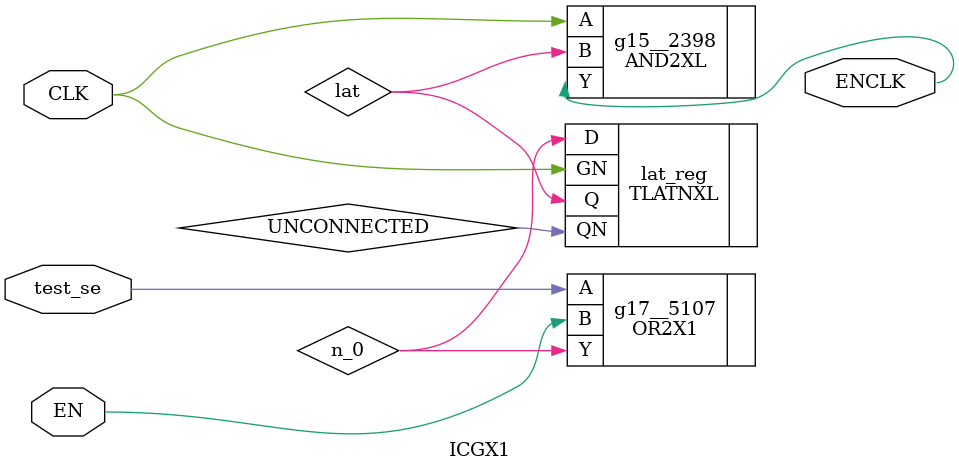
<source format=v>
module vorca (clk, i_reset_, i_sw_init, i_addr, i_wr_strb, 
 i_wr_data, i_rd_strb, o_rd_data, o_ack, o_err_ack, o_spare_config, 
 o_adj_config, o_dbg_config, i_revision_config, i_spare_config, 
 i_hb_sup, i_hisbuf0_0, i_hisbuf1_0, 
 i_hisbuf2_0, i_hisbuf3_0, 
 i_hisbuf0_1, i_hisbuf1_1, 
 i_hisbuf2_1, i_hisbuf3_1, 
 i_hisbuf0_2, i_hisbuf1_2, 
 i_hisbuf2_2, i_hisbuf3_2, 
 i_hisbuf0_3, i_hisbuf1_3, 
 i_hisbuf2_3, i_hisbuf3_3, 
 i_hisbuf0_4, i_hisbuf1_4, 
 i_hisbuf2_4, i_hisbuf3_4, 
 i_hisbuf0_5, i_hisbuf1_5, 
 i_hisbuf2_5, i_hisbuf3_5, 
 i_hisbuf0_6, i_hisbuf1_6, 
 i_hisbuf2_6, i_hisbuf3_6, 
 i_hisbuf0_7, i_hisbuf1_7, 
 i_hisbuf2_7, i_hisbuf3_7, i_agg_su_count_a, 
 o_reg_written, o_reg_read, o_reg_wr_data, o_reg_addr, scan_iso_or, 
 test_se, scan_iso_or1, scan_iso_or2, scan_iso_or3, scan_iso_or4, 
 scan_iso_or5, scan_iso_or6, scan_iso_or7, scan_iso_or8, scan_iso_or9, 
 test_si1, test_so1, scan_enable, raw_scan_en );
  input [7:0] i_addr;
  input [31:0] i_wr_data;
  output [31:0] o_rd_data;
  output [31:0] o_spare_config;
  output [15:0] o_adj_config;
  output [0:0] o_dbg_config;
  input [7:0] i_revision_config;
  input [31:0] i_spare_config;
  input [2:0] i_hb_sup;
  input [23:0] i_hisbuf0_0;
  input [23:0] i_hisbuf1_0;
  input [31:0] i_hisbuf2_0;
  input [27:0] i_hisbuf3_0;
  input [23:0] i_hisbuf0_1;
  input [23:0] i_hisbuf1_1;
  input [31:0] i_hisbuf2_1;
  input [27:0] i_hisbuf3_1;
  input [23:0] i_hisbuf0_2;
  input [23:0] i_hisbuf1_2;
  input [31:0] i_hisbuf2_2;
  input [27:0] i_hisbuf3_2;
  input [23:0] i_hisbuf0_3;
  input [23:0] i_hisbuf1_3;
  input [31:0] i_hisbuf2_3;
  input [27:0] i_hisbuf3_3;
  input [23:0] i_hisbuf0_4;
  input [23:0] i_hisbuf1_4;
  input [31:0] i_hisbuf2_4;
  input [27:0] i_hisbuf3_4;
  input [23:0] i_hisbuf0_5;
  input [23:0] i_hisbuf1_5;
  input [31:0] i_hisbuf2_5;
  input [27:0] i_hisbuf3_5;
  input [23:0] i_hisbuf0_6;
  input [23:0] i_hisbuf1_6;
  input [31:0] i_hisbuf2_6;
  input [27:0] i_hisbuf3_6;
  input [23:0] i_hisbuf0_7;
  input [23:0] i_hisbuf1_7;
  input [31:0] i_hisbuf2_7;
  input [27:0] i_hisbuf3_7;
  input [31:0] i_agg_su_count_a;
  output [31:0] o_reg_wr_data;
  output [7:0] o_reg_addr;
  input clk, i_reset_, i_sw_init, i_wr_strb, i_rd_strb, test_se, test_si1,
 scan_enable, raw_scan_en;
  output o_ack, o_err_ack, o_reg_written, o_reg_read, scan_iso_or,
 scan_iso_or1, scan_iso_or2, scan_iso_or3, scan_iso_or4, scan_iso_or5,
 scan_iso_or6, scan_iso_or7, scan_iso_or8, scan_iso_or9, test_so1;
  wire N468, n468, n265, N469, n469, n266, n267, n268, n269, n670, n671,
 n672, n673, N470, n470, n674, f_err_ack, N471, n471, n675, N472, n472,
 n676, N473, n473, n270, n677, N474, n474, n271, n678, N475, n475,
 n272, n679, N476, n476, n273, N477, n477, n274, N478, n478, n275,
 N479, n479, n276, n277, n278, n279, n680, n681, n682, n683, N480,
 n480, n684, N481, n481, n685, N482, n482, n686, N483, n483, n280,
 n687, N484, n484, n281, n688, N485, n485, n282, n689, n486, n283,
 n487, n284, n488, n285, n489, n286, n287, n288, n289, n690, n691,
 n692, n693, n490, n694, n491, n695, n492, n696, n493, n290, n697,
 n494, n291, n698, n495, n292, n699, n496, n293, n497, n294, n498,
 n295, n499, n296, n297, n298, n299, net121977, net121972, n700, n701,
 n702, n703, n500, n704, n501, n705, n502, n706, n503, n300, n707,
 n504, n301, n708, n505, n302, n709, n506, n303, n507, n304, n508,
 n305, n509, n306, n307, n308, n309, n710, n711, n712, n713, n510,
 n714, n511, n715, n512, n716, n513, n310, n717, n514, n311, n718,
 n515, n312, n719, n516, n313, n517, n314, n518, n315, n519, n316,
 n317, n318, n319, n720, n721, n722, n723, n520, n724, n521, n725,
 n522, n726, n523, n320, n727, n524, n321, n728, n525, n322, n729,
 n526, n323, n527, n324, n528, n325, n529, n326, n327, n328, n329,
 n126, n730, n127, n128, n732, n129, n733, n530, n734, n531, n735,
 n532, n736, n533, n330, n737, n534, n331, n738, n535, n332, n739,
 n536, n333, n130, n537, n334, n131, n538, n335, n132, n539, n336,
 n133, n337, n134, n338, n135, n339, n136, n740, n137, n741, n138,
 n742, n139, n743, n540, n744, n541, n745, n542, n746, n543, n340,
 n747, n544, n341, n748, n545, n749, n546, n343, n140, n547, n344,
 n141, n548, n345, n142, n549, n346, n143, n347, n144, n348, n145,
 n349, n146, n750, n147, n751, n148, n752, n149, n753, n550, n754,
 n551, n755, n552, n756, n553, n350, net121966, n757, n554, n351, n758,
 n555, n352, n759, n556, n353, n150, n557, n354, n151, n558, n355,
 n152, n559, n356, n153, n357, n154, n358, n155, n359, n156, n760,
 n157, n761, n158, n762, n159, n763, n560, n764, n561, n765, n562,
 n766, n563, n360, n767, n564, n361, n768, n565, n362, n769, n566,
 n363, n160, n567, n364, n161, n568, n365, n162, n569, n366, n163,
 n367, n164, n368, n165, n369, n166, n770, n167, n771, n168, n772,
 n169, n773, n570, n774, n571, n775, n572, n776, n573, n370, n777,
 n574, n371, n778, n575, n372, n779, n576, n373, n170, n577, n374,
 n171, n578, n375, n172, n579, n376, n173, n377, n174, n378, n175,
 n379, n176, n780, n177, n781, n178, n782, n179, n783, n580, n784,
 n581, n785, n582, n786, n583, n380, n787, n584, n381, n788, n585,
 n382, n789, n586, n383, n180, n587, n384, n181, n588, n385, n182,
 n589, n386, n183, n387, n184, n388, n185, n389, n186, n790, n187,
 n791, n188, n792, n189, n793, n590, n794, n591, n795, n592, n796,
 n593, n390, n797, n594, n391, w_load_spare_config, n798, n595, n392,
 n799, n596, n393, n190, n597, n394, n191, n598, n395, n192, n599,
 n396, n193, n397, n194, n398, n195, n399, n196, n197, n198, n199,
 w_load_dbg_config, n800, n801, n802, n803, n600, n804, n601, n805,
 n602, n806, n603, n400, n807, n604, n401, n808, n605, n402, n809,
 n200, n606, n403, n201, n607, n404, n202, n608, N405, n405, n203,
 n609, N406, n406, n204, N407, n407, n205, N408, n408, n206, N409,
 n409, n810, n207, n811, n208, n812, n209, n813, n610, n814, n611,
 n815, n612, n816, n613, N410, n410, n817, n614, n411, n818, n615,
 n412, n819, n616, n413, n210, n617, n414, n211, n618, n415, n212,
 n619, n416, n213, n417, n214, n418, n215, n419, n216, n820, n217,
 n821, n218, n822, n219, n823, n620, n824, n621, n825, n622, n826,
 n623, N420, n420, n827, n624, N421, n421, n828, n625, N422, n422,
 n829, n626, N423, n423, n220, w_load_adj_config, n627, N424, n424,
 n221, n628, N425, n425, n222, n629, N426, n426, n223, N427, n427,
 n224, N428, n428, n225, N429, n429, n226, n830, n227, n831, n228,
 n832, n229, n833, n630, n834, n631, n835, n632, n836, n_write, n633,
 N430, n430, n837, n634, N431, n431, n838, n635, N432, n432, n839,
 n636, N433, n433, n230, n637, N434, n434, n231, n638, N435, n435,
 n232, n639, N436, n436, n233, N437, n437, n234, N438, n438, n235,
 N439, n439, n236, n840, n237, n841, n238, n842, n239, n843, n640,
 f_ack, n844, n641, n845, n642, n846, n643, N440, n440, n847, n644,
 N441, n441, n848, n645, N442, n442, n849, n646, N443, n443, n240,
 n647, N444, n444, n241, n648, N445, n445, n242, n649, N446, n446,
 n243, N447, n447, n244, N448, n448, n245, N449, n449, n246, n850,
 n247, n851, n248, n852, n249, n853, n650, n854, n651, n855, n652,
 n856, n653, N450, n450, n857, n654, N451, n451, n655, N452, n452,
 n859, n656, N453, n453, n250, n657, N454, n454, n251, n658, N455,
 n455, n252, n659, N456, n456, n253, N457, n457, n254, N458, n458,
 n255, N459, n459, n256, n860, n257, n861, n258, n862, n259, n863,
 n660, n661, n662, n663, N460, n460, n664, N461, n461, n665, N462,
 n462, n666, N463, n463, n260, n667, N464, n464, n261, n668, N465,
 n465, n262, n669, N466, n466, n263, N467, n467, n264,
 o_reg_addr_reg_1__scan_iso_or_n, o_reg_addr_reg_0__scan_iso_or_n,
 n_94_, n_95_, n_96_, n_97_, n_98_, n_99_, n_100_, n_101_, n_102_,
 n_103_, n_104_, n_105_, n_106_, n_107_, n_108_, n_109_, n_110_,
 n_111_, n_112_, n_113_, n_114_, n_116_, n_117_, n_118_, n_119_,
 n132_inv, n395_inv, n500_inv, n353_inv, n188_inv, n199_inv, n343_inv,  
 n363_inv, n777_inv, n787_inv, n797_inv, n808_inv, n822_inv, n856_inv,
 n_120_, n_121_, n_122_, n_123_, n_124_, n_125_, n1;
  wire [31:0] f32_mux_0_data;
  wire [31:0] f32_mux_1_data;
  wire [2:0] f_state;

  SDFFRX1 f_state_reg_0_ ( .D(N405), .SI(f_err_ack), .SE(scan_enable), .CK(clk), .RN(n860), .Q(f_state[0]) );
  SDFFRX1 f_state_reg_1_ ( .D(N406), .SI(f_state[0]), .SE(scan_enable), .CK(clk), .RN(n128), .Q(f_state[1]) );
  SDFFRX1 f_state_reg_2_ ( .D(N407), .SI(f_state[1]), .SE(scan_enable), .CK(clk), .RN(n129), .Q(f_state[2]) );
  SDFFRX1 f_ack_reg ( .D(N408), .SI(f32_mux_1_data[31]), .SE(scan_enable), .CK(clk), .RN(n128), .Q(f_ack) );
  SDFFRX1 n_write_reg ( .D(n842), .SI(f_state[2]), .SE(scan_enable), .CK(clk), .RN(n129), .Q(n_write) );
  SDFFRX1 o_reg_addr_reg_7_ ( .D(i_addr[7]), .SI(o_reg_addr[6]), .SE(scan_enable), .CK(net121972), .RN(n128), .Q(o_reg_addr[7]) );
  SDFFRX1 o_reg_addr_reg_6_ ( .D(i_addr[6]), .SI(o_reg_addr[5]), .SE(scan_enable), .CK(net121972), .RN(n129), .Q(o_reg_addr[6]) );
  SDFFRX1 o_reg_addr_reg_5_ ( .D(i_addr[5]), .SI(o_reg_addr[4]), .SE(scan_enable), .CK(net121972), .RN(n128), .Q(o_reg_addr[5]) );
  SDFFRX1 o_reg_addr_reg_4_ ( .D(i_addr[4]), .SI(o_reg_addr[3]), .SE(scan_enable), .CK(net121972), .RN(n859), .Q(o_reg_addr[4]) );
  SDFFRX1 o_reg_addr_reg_3_ ( .D(i_addr[3]), .SI(o_reg_addr[2]), .SE(scan_enable), .CK(net121972), .RN(n859), .Q(o_reg_addr[3]) );
  SDFFRX1 o_reg_addr_reg_2_ ( .D(i_addr[2]), .SI(n862), .SE(scan_enable), .CK(net121972), .RN(n859), .Q(o_reg_addr[2]) );
  SDFFRX1 o_reg_addr_reg_1_ ( .D(i_addr[1]), .SI(n863), .SE(scan_enable), .CK(net121972), .RN(n859), .Q(n862) );
  SDFFRX1 o_reg_addr_reg_0_ ( .D(i_addr[0]), .SI(n_write), .SE(scan_enable), .CK(net121972), .RN(n859), .Q(n863) );
  SDFFRX1 f_err_ack_reg ( .D(N409), .SI(f_ack), .SE(scan_enable), .CK(clk), .RN(n859), .Q(f_err_ack) );
  SDFFRX1 f32_mux_1_data_reg_0_ ( .D(N454), .SI(f32_mux_0_data[31]), .SE(scan_enable), .CK(net121966), .RN(n859), .Q(f32_mux_1_data[0]) );
  SDFFRX1 f32_mux_1_data_reg_1_ ( .D(N455), .SI(f32_mux_1_data[0]), .SE(scan_enable), .CK(net121966), .RN(n859), .Q(f32_mux_1_data[1]) );
  SDFFRX1 f32_mux_1_data_reg_2_ ( .D(N456), .SI(f32_mux_1_data[1]), .SE(scan_enable), .CK(net121966), .RN(n859), .Q(f32_mux_1_data[2]) );
  SDFFRX1 f32_mux_1_data_reg_3_ ( .D(N457), .SI(f32_mux_1_data[2]), .SE(scan_enable), .CK(net121966), .RN(n859), .Q(f32_mux_1_data[3]) );
  SDFFRX1 f32_mux_1_data_reg_4_ ( .D(N458), .SI(f32_mux_1_data[3]), .SE(scan_enable), .CK(net121966), .RN(n859), .Q(f32_mux_1_data[4]) );
  SDFFRX1 f32_mux_1_data_reg_5_ ( .D(N459), .SI(f32_mux_1_data[4]), .SE(scan_enable), .CK(net121966), .RN(n859), .Q(f32_mux_1_data[5]) );
  SDFFRX1 f32_mux_1_data_reg_6_ ( .D(N460), .SI(f32_mux_1_data[5]), .SE(scan_enable), .CK(net121966), .RN(n859), .Q(f32_mux_1_data[6]) );
  SDFFRX1 f32_mux_1_data_reg_7_ ( .D(N461), .SI(f32_mux_1_data[6]), .SE(scan_enable), .CK(net121966), .RN(n859), .Q(f32_mux_1_data[7]) );
  SDFFRX1 f32_mux_1_data_reg_8_ ( .D(N462), .SI(f32_mux_1_data[7]), .SE(scan_enable), .CK(net121966), .RN(n859), .Q(f32_mux_1_data[8]) );
  SDFFRX1 f32_mux_1_data_reg_9_ ( .D(N463), .SI(f32_mux_1_data[8]), .SE(scan_enable), .CK(net121966), .RN(n859), .Q(f32_mux_1_data[9]) );
  SDFFRX1 f32_mux_1_data_reg_10_ ( .D(N464), .SI(f32_mux_1_data[9]), .SE(scan_enable), .CK(net121966), .RN(n859), .Q(f32_mux_1_data[10]) );
  SDFFRX1 f32_mux_1_data_reg_11_ ( .D(N465), .SI(f32_mux_1_data[10]), .SE(scan_enable), .CK(net121966), .RN(n859), .Q(f32_mux_1_data[11]) );
  SDFFRX1 f32_mux_1_data_reg_12_ ( .D(N466), .SI(f32_mux_1_data[11]), .SE(scan_enable), .CK(net121966), .RN(n860), .Q(f32_mux_1_data[12]) );
  SDFFRX1 f32_mux_1_data_reg_13_ ( .D(N467), .SI(f32_mux_1_data[12]), .SE(scan_enable), .CK(net121966), .RN(n860), .Q(f32_mux_1_data[13]) );
  SDFFRX1 f32_mux_1_data_reg_14_ ( .D(N468), .SI(f32_mux_1_data[13]), .SE(scan_enable), .CK(net121966), .RN(n860), .Q(f32_mux_1_data[14]) );
  SDFFRX1 f32_mux_1_data_reg_15_ ( .D(N469), .SI(f32_mux_1_data[14]), .SE(scan_enable), .CK(net121966), .RN(n860), .Q(f32_mux_1_data[15]) );
  SDFFRX1 f32_mux_1_data_reg_16_ ( .D(N470), .SI(f32_mux_1_data[15]), .SE(scan_enable), .CK(net121966), .RN(n860), .Q(f32_mux_1_data[16]) );
  SDFFRX1 f32_mux_1_data_reg_17_ ( .D(N471), .SI(f32_mux_1_data[16]), .SE(scan_enable), .CK(net121966), .RN(n860), .Q(f32_mux_1_data[17]) );
  SDFFRX1 f32_mux_1_data_reg_18_ ( .D(N472), .SI(f32_mux_1_data[17]), .SE(scan_enable), .CK(net121966), .RN(n860), .Q(f32_mux_1_data[18]) );
  SDFFRX1 f32_mux_1_data_reg_19_ ( .D(N473), .SI(f32_mux_1_data[18]), .SE(scan_enable), .CK(net121966), .RN(n860), .Q(f32_mux_1_data[19]) );
  SDFFRX1 f32_mux_1_data_reg_20_ ( .D(N474), .SI(f32_mux_1_data[19]), .SE(scan_enable), .CK(net121966), .RN(n860), .Q(f32_mux_1_data[20]) );
  SDFFRX1 f32_mux_1_data_reg_21_ ( .D(N475), .SI(f32_mux_1_data[20]), .SE(scan_enable), .CK(net121966), .RN(n860), .Q(f32_mux_1_data[21]) );
  SDFFRX1 f32_mux_1_data_reg_22_ ( .D(N476), .SI(f32_mux_1_data[21]), .SE(scan_enable), .CK(net121966), .RN(n860), .Q(f32_mux_1_data[22]) );
  SDFFRX1 f32_mux_1_data_reg_23_ ( .D(N477), .SI(f32_mux_1_data[22]), .SE(scan_enable), .CK(net121966), .RN(n860), .Q(f32_mux_1_data[23]) );
  SDFFRX1 f32_mux_1_data_reg_24_ ( .D(N478), .SI(f32_mux_1_data[23]), .SE(scan_enable), .CK(net121966), .RN(n860), .Q(f32_mux_1_data[24]) );
  SDFFRX1 f32_mux_1_data_reg_25_ ( .D(N479), .SI(f32_mux_1_data[24]), .SE(scan_enable), .CK(net121966), .RN(n860), .Q(f32_mux_1_data[25]) );
  SDFFRX1 f32_mux_1_data_reg_26_ ( .D(N480), .SI(f32_mux_1_data[25]), .SE(scan_enable), .CK(net121966), .RN(n860), .Q(f32_mux_1_data[26]) );
  SDFFRX1 f32_mux_1_data_reg_27_ ( .D(N481), .SI(f32_mux_1_data[26]), .SE(scan_enable), .CK(net121966), .RN(n860), .Q(f32_mux_1_data[27]) );
  SDFFRX1 f32_mux_1_data_reg_28_ ( .D(N482), .SI(f32_mux_1_data[27]), .SE(scan_enable), .CK(net121966), .RN(n860), .Q(f32_mux_1_data[28]) );
  SDFFRX1 f32_mux_1_data_reg_29_ ( .D(N483), .SI(f32_mux_1_data[28]), .SE(scan_enable), .CK(net121966), .RN(n861), .Q(f32_mux_1_data[29]) );
  SDFFRX1 f32_mux_1_data_reg_30_ ( .D(N484), .SI(f32_mux_1_data[29]), .SE(scan_enable), .CK(net121966), .RN(n861), .Q(f32_mux_1_data[30]) );
  SDFFRX1 f32_mux_1_data_reg_31_ ( .D(N485), .SI(f32_mux_1_data[30]), .SE(scan_enable), .CK(net121966), .RN(n861), .Q(f32_mux_1_data[31]) );
  SDFFRX1 o_reg_read_reg ( .D(N420), .SI(o_reg_addr[7]), .SE(scan_enable), .CK(clk), .RN(n861), .Q(o_reg_read) );
  SDFFRX1 f32_mux_0_data_reg_31_ ( .D(N453), .SI(f32_mux_0_data[30]), .SE(scan_enable), .CK(net121966), .RN(n861), .Q(f32_mux_0_data[31]) );
  SDFFRX1 f32_mux_0_data_reg_30_ ( .D(N452), .SI(f32_mux_0_data[29]), .SE(scan_enable), .CK(net121966), .RN(n861), .Q(f32_mux_0_data[30]) );
  SDFFRX1 f32_mux_0_data_reg_29_ ( .D(N451), .SI(f32_mux_0_data[28]), .SE(scan_enable), .CK(net121966), .RN(n861), .Q(f32_mux_0_data[29]) );
  SDFFRX1 f32_mux_0_data_reg_28_ ( .D(N450), .SI(f32_mux_0_data[27]), .SE(scan_enable), .CK(net121966), .RN(n861), .Q(f32_mux_0_data[28]) );
  SDFFRX1 f32_mux_0_data_reg_27_ ( .D(N449), .SI(f32_mux_0_data[26]), .SE(scan_enable), .CK(net121966), .RN(n861), .Q(f32_mux_0_data[27]) );
  SDFFRX1 f32_mux_0_data_reg_26_ ( .D(N448), .SI(f32_mux_0_data[25]), .SE(scan_enable), .CK(net121966), .RN(n861), .Q(f32_mux_0_data[26]) );
  SDFFRX1 f32_mux_0_data_reg_25_ ( .D(N447), .SI(f32_mux_0_data[24]), .SE(scan_enable), .CK(net121966), .RN(n861), .Q(f32_mux_0_data[25]) );
  SDFFRX1 f32_mux_0_data_reg_24_ ( .D(N446), .SI(f32_mux_0_data[23]), .SE(scan_enable), .CK(net121966), .RN(n861), .Q(f32_mux_0_data[24]) );
  SDFFRX1 f32_mux_0_data_reg_23_ ( .D(N445), .SI(f32_mux_0_data[22]), .SE(scan_enable), .CK(net121966), .RN(n861), .Q(f32_mux_0_data[23]) );
  SDFFRX1 f32_mux_0_data_reg_22_ ( .D(N444), .SI(f32_mux_0_data[21]), .SE(scan_enable), .CK(net121966), .RN(n861), .Q(f32_mux_0_data[22]) );
  SDFFRX1 f32_mux_0_data_reg_21_ ( .D(N443), .SI(f32_mux_0_data[20]), .SE(scan_enable), .CK(net121966), .RN(n861), .Q(f32_mux_0_data[21]) );
  SDFFRX1 f32_mux_0_data_reg_20_ ( .D(N442), .SI(f32_mux_0_data[19]), .SE(scan_enable), .CK(net121966), .RN(n861), .Q(f32_mux_0_data[20]) );
  SDFFRX1 f32_mux_0_data_reg_19_ ( .D(N441), .SI(f32_mux_0_data[18]), .SE(scan_enable), .CK(net121966), .RN(n861), .Q(f32_mux_0_data[19]) );
  SDFFRX1 f32_mux_0_data_reg_18_ ( .D(N440), .SI(f32_mux_0_data[17]), .SE(scan_enable), .CK(net121966), .RN(n861), .Q(f32_mux_0_data[18]) );
  SDFFRX1 f32_mux_0_data_reg_17_ ( .D(N439), .SI(f32_mux_0_data[16]), .SE(scan_enable), .CK(net121966), .RN(n128), .Q(f32_mux_0_data[17]) );
  SDFFRX1 f32_mux_0_data_reg_16_ ( .D(N438), .SI(f32_mux_0_data[15]), .SE(scan_enable), .CK(net121966), .RN(n129), .Q(f32_mux_0_data[16]) );
  SDFFRX1 f32_mux_0_data_reg_0_ ( .D(N422), .SI(n_94_), .SE(scan_enable), .CK(net121966), .RN(n859), .Q(f32_mux_0_data[0]) );
  SDFFRX1 f32_mux_0_data_reg_1_ ( .D(N423), .SI(f32_mux_0_data[0]), .SE(scan_enable), .CK(net121966), .RN(n860), .Q(f32_mux_0_data[1]) );
  SDFFRX1 f32_mux_0_data_reg_2_ ( .D(N424), .SI(f32_mux_0_data[1]), .SE(scan_enable), .CK(net121966), .RN(n861), .Q(f32_mux_0_data[2]) );
  SDFFRX1 f32_mux_0_data_reg_3_ ( .D(N425), .SI(f32_mux_0_data[2]), .SE(scan_enable), .CK(net121966), .RN(n859), .Q(f32_mux_0_data[3]) );
  SDFFRX1 f32_mux_0_data_reg_4_ ( .D(N426), .SI(f32_mux_0_data[3]), .SE(scan_enable), .CK(net121966), .RN(n860), .Q(f32_mux_0_data[4]) );
  SDFFRX1 f32_mux_0_data_reg_5_ ( .D(N427), .SI(f32_mux_0_data[4]), .SE(scan_enable), .CK(net121966), .RN(n861), .Q(f32_mux_0_data[5]) );
  SDFFRX1 f32_mux_0_data_reg_6_ ( .D(N428), .SI(f32_mux_0_data[5]), .SE(scan_enable), .CK(net121966), .RN(n859), .Q(f32_mux_0_data[6]) );
  SDFFRX1 f32_mux_0_data_reg_7_ ( .D(N429), .SI(f32_mux_0_data[6]), .SE(scan_enable), .CK(net121966), .RN(n860), .Q(f32_mux_0_data[7]) );
  SDFFRX1 f32_mux_0_data_reg_8_ ( .D(N430), .SI(f32_mux_0_data[7]), .SE(scan_enable), .CK(net121966), .RN(n861), .Q(f32_mux_0_data[8]) );
  SDFFRX1 f32_mux_0_data_reg_9_ ( .D(N431), .SI(f32_mux_0_data[8]), .SE(scan_enable), .CK(net121966), .RN(n859), .Q(f32_mux_0_data[9]) );
  SDFFRX1 f32_mux_0_data_reg_10_ ( .D(N432), .SI(f32_mux_0_data[9]), .SE(scan_enable), .CK(net121966), .RN(n860), .Q(f32_mux_0_data[10]) );
  SDFFRX1 f32_mux_0_data_reg_11_ ( .D(N433), .SI(f32_mux_0_data[10]), .SE(scan_enable), .CK(net121966), .RN(n861), .Q(f32_mux_0_data[11]) );
  SDFFRX1 f32_mux_0_data_reg_12_ ( .D(N434), .SI(f32_mux_0_data[11]), .SE(scan_enable), .CK(net121966), .RN(n859), .Q(f32_mux_0_data[12]) );
  SDFFRX1 f32_mux_0_data_reg_13_ ( .D(N435), .SI(f32_mux_0_data[12]), .SE(scan_enable), .CK(net121966), .RN(n860), .Q(f32_mux_0_data[13]) );
  SDFFRX1 f32_mux_0_data_reg_14_ ( .D(N436), .SI(f32_mux_0_data[13]), .SE(scan_enable), .CK(net121966), .RN(n861), .Q(f32_mux_0_data[14]) );
  SDFFRX1 f32_mux_0_data_reg_15_ ( .D(N437), .SI(f32_mux_0_data[14]), .SE(scan_enable), .CK(net121966), .RN(n129), .Q(f32_mux_0_data[15]) );
  SDFFX1 f32_data_reg_31_ ( .D(i_wr_data[31]), .SI(n_95_), .SE(scan_enable), .CK(net121977), .Q(n_94_) );
  SDFFX1 f32_data_reg_30_ ( .D(i_wr_data[30]), .SI(n_96_), .SE(scan_enable), .CK(net121977), .Q(n_95_) );
  SDFFX1 f32_data_reg_29_ ( .D(i_wr_data[29]), .SI(n_97_), .SE(scan_enable), .CK(net121977), .Q(n_96_) );
  SDFFX1 f32_data_reg_28_ ( .D(i_wr_data[28]), .SI(n_98_), .SE(scan_enable), .CK(net121977), .Q(n_97_) );
  SDFFX1 f32_data_reg_27_ ( .D(i_wr_data[27]), .SI(n_99_), .SE(scan_enable), .CK(net121977), .Q(n_98_) );
  SDFFX1 f32_data_reg_26_ ( .D(i_wr_data[26]), .SI(n_100_), .SE(scan_enable), .CK(net121977), .Q(n_99_) );
  SDFFX1 f32_data_reg_25_ ( .D(i_wr_data[25]), .SI(n_101_), .SE(scan_enable), .CK(net121977), .Q(n_100_) );
  SDFFX1 f32_data_reg_24_ ( .D(i_wr_data[24]), .SI(n_102_), .SE(scan_enable), .CK(net121977), .Q(n_101_) );
  SDFFX1 f32_data_reg_23_ ( .D(i_wr_data[23]), .SI(n_103_), .SE(scan_enable), .CK(net121977), .Q(n_102_) );
  SDFFX1 f32_data_reg_22_ ( .D(i_wr_data[22]), .SI(n_104_), .SE(scan_enable), .CK(net121977), .Q(n_103_) );
  SDFFX1 f32_data_reg_21_ ( .D(i_wr_data[21]), .SI(n_105_), .SE(scan_enable), .CK(net121977), .Q(n_104_) );
  SDFFX1 f32_data_reg_20_ ( .D(i_wr_data[20]), .SI(n_106_), .SE(scan_enable), .CK(net121977), .Q(n_105_) );
  SDFFX1 f32_data_reg_19_ ( .D(i_wr_data[19]), .SI(n_107_), .SE(scan_enable), .CK(net121977), .Q(n_106_) );
  SDFFX1 f32_data_reg_18_ ( .D(i_wr_data[18]), .SI(n_108_), .SE(scan_enable), .CK(net121977), .Q(n_107_) );
  SDFFX1 f32_data_reg_17_ ( .D(i_wr_data[17]), .SI(n_109_), .SE(scan_enable), .CK(net121977), .Q(n_108_) );
  SDFFX1 f32_data_reg_16_ ( .D(i_wr_data[16]), .SI(n_110_), .SE(scan_enable), .CK(net121977), .Q(n_109_) );
  SDFFX1 f32_data_reg_15_ ( .D(i_wr_data[15]), .SI(n_111_), .SE(scan_enable), .CK(net121977), .Q(n_110_) );
  SDFFX1 f32_data_reg_14_ ( .D(i_wr_data[14]), .SI(n_112_), .SE(scan_enable), .CK(net121977), .Q(n_111_) );
  SDFFX1 f32_data_reg_13_ ( .D(i_wr_data[13]), .SI(n_113_), .SE(scan_enable), .CK(net121977), .Q(n_112_) );
  SDFFX1 f32_data_reg_12_ ( .D(i_wr_data[12]), .SI(n_114_), .SE(scan_enable), .CK(net121977), .Q(n_113_) );
  SDFFX1 f32_data_reg_11_ ( .D(i_wr_data[11]), .SI(n1), .SE(scan_enable), .CK(net121977), .Q(n_114_) );
  SDFFX1 f32_data_reg_10_ ( .D(i_wr_data[10]), .SI(n_116_), .SE(scan_enable), .CK(net121977), .Q(test_so1) );
  SDFFX1 f32_data_reg_9_ ( .D(i_wr_data[9]), .SI(n_117_), .SE(scan_enable), .CK(net121977), .Q(n_116_) );
  SDFFX1 f32_data_reg_8_ ( .D(i_wr_data[8]), .SI(n_118_), .SE(scan_enable), .CK(net121977), .Q(n_117_) );
  SDFFX1 f32_data_reg_7_ ( .D(i_wr_data[7]), .SI(n_119_), .SE(scan_enable), .CK(net121977), .Q(n_118_) );
  SDFFX1 f32_data_reg_6_ ( .D(i_wr_data[6]), .SI(n_120_), .SE(scan_enable), .CK(net121977), .Q(n_119_) );
  SDFFX1 f32_data_reg_5_ ( .D(i_wr_data[5]), .SI(n_121_), .SE(scan_enable), .CK(net121977), .Q(n_120_) );
  SDFFX1 f32_data_reg_4_ ( .D(i_wr_data[4]), .SI(n_122_), .SE(scan_enable), .CK(net121977), .Q(n_121_) );
  SDFFX1 f32_data_reg_3_ ( .D(i_wr_data[3]), .SI(n_123_), .SE(scan_enable), .CK(net121977), .Q(n_122_) );
  SDFFX1 f32_data_reg_2_ ( .D(i_wr_data[2]), .SI(n_124_), .SE(scan_enable), .CK(net121977), .Q(n_123_) );
  SDFFX1 f32_data_reg_1_ ( .D(i_wr_data[1]), .SI(n_125_), .SE(scan_enable), .CK(net121977), .Q(n_124_) );
  SDFFX1 f32_data_reg_0_ ( .D(i_wr_data[0]), .SI(i_agg_su_count_a[31]), .SE(scan_enable), .CK(net121977), .Q(n_125_) );
  NOR2X2 U5 ( .A(n393), .B(n167), .Y(n836) );
  NOR2X2 U6 ( .A(n386), .B(n167), .Y(n843) );
  NOR3X4 U7 ( .A(n169), .B(n393), .C(n132), .Y(n857) );
  NOR3X2 U8 ( .A(n394), .B(n393), .C(n500), .Y(n674) );
  AND2X4 U9 ( .A(n845), .B(n852), .Y(n821) );
  NOR2X4 U10 ( .A(n380), .B(n383), .Y(n323) );
  NAND3X2 U11 ( .A(n370), .B(n369), .C(n371), .Y(n383) );
  INVX2 U15 ( .A(n126), .Y(n129) );
  INVX2 U16 ( .A(scan_iso_or2), .Y(n370) );
  BUFX8 U17 ( .A(n127), .Y(n861) );
  BUFX8 U18 ( .A(n127), .Y(n860) );
  BUFX8 U19 ( .A(n127), .Y(n859) );
  NAND3X2 U22 ( .A(n369), .B(scan_iso_or1), .C(scan_iso_or2), .Y(n167) );
  NAND3X2 U23 ( .A(n369), .B(n370), .C(scan_iso_or1), .Y(n160) );
  BUFX4 U24 ( .A(n674), .Y(n769) );
  NOR2X2 U26 ( .A(n393), .B(n373), .Y(n736) );
  BUFX4 U28 ( .A(n374), .Y(n130) );
  NOR2X4 U29 ( .A(o_reg_addr_reg_1__scan_iso_or_n), .B(o_reg_addr_reg_0__scan_iso_or_n), .Y(n131) );
  NAND3X2 U30 ( .A(scan_iso_or2), .B(scan_iso_or1), .C(n372), .Y(n373) );
  NOR2X2 U31 ( .A(n386), .B(n383), .Y(n374) );
  NOR2X1 U33 ( .A(n385), .B(n393), .Y(n839) );
  NOR2X4 U34 ( .A(scan_iso_or5), .B(n500), .Y(n852) );
  NOR2X1 U35 ( .A(n386), .B(n169), .Y(n845) );
  NOR2X1 U36 ( .A(n382), .B(n169), .Y(n846) );
  NOR2X1 U37 ( .A(n132), .B(n396), .Y(n823) );
  NOR2X1 U38 ( .A(n382), .B(n167), .Y(n831) );
  NOR2X1 U39 ( .A(n380), .B(n169), .Y(n847) );
  NOR2X1 U40 ( .A(n167), .B(n380), .Y(n844) );
  OR2X1 U41 ( .A(scan_iso_or4), .B(scan_iso_or3), .Y(n393) );
  NAND2X2 U42 ( .A(scan_iso_or5), .B(n131), .Y(n395) );
  OAI21X1 U44 ( .A0(n205), .A1(n204), .B0(n852), .Y(n209) );
  AND2X2 U45 ( .A(n846), .B(n852), .Y(n165) );
  OAI21X1 U46 ( .A0(n194), .A1(n193), .B0(n852), .Y(n198) );
  AND2X2 U47 ( .A(n831), .B(n852), .Y(n166) );
  AND2X2 U48 ( .A(n847), .B(n852), .Y(n170) );
  AND2X2 U49 ( .A(n844), .B(n852), .Y(n168) );
  NOR2X1 U50 ( .A(n132), .B(n210), .Y(n217) );
  BUFX4 U51 ( .A(n857), .Y(n814) );
  BUFX1 U52 ( .A(n821), .Y(n807) );
  AO22X1 U54 ( .A0(n769), .A1(i_hisbuf2_3[31]), .B0(n732), .B1(i_agg_su_count_a[31]), .Y(n504) );
  BUFX4 U55 ( .A(n492), .Y(n666) );
  AO22X1 U56 ( .A0(n769), .A1(i_hisbuf2_3[26]), .B0(n732), .B1(i_agg_su_count_a[26]), .Y(n488) );
  AO22X1 U57 ( .A0(n769), .A1(i_hisbuf2_3[25]), .B0(n732), .B1(i_agg_su_count_a[25]), .Y(n481) );
  AO22X1 U58 ( .A0(n769), .A1(i_hisbuf2_3[24]), .B0(n732), .B1(i_agg_su_count_a[24]), .Y(n496) );
  NOR2X1 U59 ( .A(n386), .B(n381), .Y(n710) );
  BUFX4 U60 ( .A(n711), .Y(n761) );
  BUFX4 U61 ( .A(n750), .Y(n656) );
  NOR2X2 U62 ( .A(scan_iso_or5), .B(n369), .Y(n372) );
  NOR2X1 U63 ( .A(n382), .B(n383), .Y(n829) );
  NOR2X2 U64 ( .A(scan_iso_or), .B(scan_iso_or1), .Y(n153) );
  NAND2X2 U65 ( .A(scan_iso_or3), .B(scan_iso_or4), .Y(n382) );
  NOR2X2 U66 ( .A(f_state[2]), .B(n152), .Y(n158) );
  INVX2 U67 ( .A(n323), .Y(n834) );
  NAND2X1 U68 ( .A(n852), .B(n158), .Y(n187) );
  NOR2X2 U69 ( .A(n335), .B(n_write), .Y(n336) );
  AO21X2 U70 ( .A0(n158), .A1(n157), .B0(f_err_ack), .Y(o_err_ack) );
  OAI31X1 U71 ( .A0(scan_iso_or5), .A1(n385), .A2(n386), .B0(n155), .Y(n157) );
  AOI21X1 U72 ( .A0(scan_iso_or5), .A1(n154), .B0(n500), .Y(n155) );
  OAI21X1 U73 ( .A0(n370), .A1(n382), .B0(n153), .Y(n154) );
  NAND2BX1 U75 ( .AN(f_state[1]), .B(f_state[0]), .Y(n152) );
  NOR2X1 U76 ( .A(n834), .B(n187), .Y(w_load_adj_config) );
  NOR2X1 U77 ( .A(n210), .B(n187), .Y(w_load_spare_config) );
  OAI21X1 U78 ( .A0(n230), .A1(n132), .B0(n229), .Y(N437) );
  OAI21X1 U79 ( .A0(n321), .A1(n132), .B0(n320), .Y(N436) );
  OAI21X1 U80 ( .A0(n310), .A1(n132), .B0(n309), .Y(N435) );
  OAI21X1 U81 ( .A0(n300), .A1(n132), .B0(n299), .Y(N434) );
  OAI21X1 U82 ( .A0(n240), .A1(n132), .B0(n239), .Y(N433) );
  OAI21X1 U83 ( .A0(n334), .A1(n132), .B0(n333), .Y(N432) );
  OAI21X1 U84 ( .A0(n260), .A1(n132), .B0(n259), .Y(N431) );
  OAI21X1 U85 ( .A0(n280), .A1(n132), .B0(n279), .Y(N430) );
  OAI21X1 U86 ( .A0(n250), .A1(n132), .B0(n249), .Y(N429) );
  OAI21X1 U87 ( .A0(n270), .A1(n132), .B0(n269), .Y(N428) );
  OAI21X1 U88 ( .A0(n290), .A1(n132), .B0(n289), .Y(N427) );
  OAI21X1 U89 ( .A0(n186), .A1(n132), .B0(n185), .Y(N426) );
  OAI21X1 U90 ( .A0(n176), .A1(n132), .B0(n175), .Y(N425) );
  NAND4X1 U91 ( .A(n209), .B(n208), .C(n207), .D(n206), .Y(N424) );
  NAND4X1 U92 ( .A(n198), .B(n197), .C(n196), .D(n195), .Y(N423) );
  NAND3X1 U93 ( .A(n828), .B(n827), .C(n826), .Y(N438) );
  NAND3X1 U94 ( .A(n348), .B(n347), .C(n346), .Y(N439) );
  NAND3X1 U95 ( .A(n792), .B(n791), .C(n790), .Y(N440) );
  AOI21X1 U96 ( .A0(n852), .A1(n789), .B0(n788), .Y(n790) );
  NAND3X1 U97 ( .A(n802), .B(n801), .C(n800), .Y(N441) );
  NAND3X1 U98 ( .A(n813), .B(n812), .C(n811), .Y(N442) );
  NAND3X1 U99 ( .A(n358), .B(n357), .C(n356), .Y(N443) );
  NAND3X1 U100 ( .A(n368), .B(n367), .C(n366), .Y(N444) );
  NAND3X1 U101 ( .A(n782), .B(n781), .C(n780), .Y(N445) );
  AOI21X1 U102 ( .A0(n852), .A1(n779), .B0(n778), .Y(n780) );
  NAND2X1 U103 ( .A(n212), .B(n211), .Y(N449) );
  NAND2X1 U104 ( .A(n220), .B(n219), .Y(N450) );
  NAND2X1 U105 ( .A(n216), .B(n215), .Y(N451) );
  NAND2X1 U106 ( .A(n214), .B(n213), .Y(N452) );
  NAND3X1 U107 ( .A(n507), .B(n506), .C(n505), .Y(N485) );
  NAND3X1 U108 ( .A(n454), .B(n453), .C(n452), .Y(N484) );
  NAND3X1 U109 ( .A(n473), .B(n472), .C(n471), .Y(N483) );
  NAND3X1 U110 ( .A(n470), .B(n469), .C(n468), .Y(N482) );
  NAND3X1 U111 ( .A(n477), .B(n476), .C(n475), .Y(N481) );
  NAND3X1 U112 ( .A(n491), .B(n490), .C(n489), .Y(N480) );
  NAND3X1 U113 ( .A(n484), .B(n483), .C(n482), .Y(N479) );
  NAND3X1 U114 ( .A(n499), .B(n498), .C(n497), .Y(N478) );
  NAND3X1 U115 ( .A(n399), .B(n398), .C(n397), .Y(N477) );
  NAND2X1 U116 ( .A(n656), .B(i_hisbuf2_4[23]), .Y(n399) );
  NAND3X1 U117 ( .A(n412), .B(n411), .C(n410), .Y(N476) );
  NAND2X1 U118 ( .A(n656), .B(i_hisbuf2_4[22]), .Y(n412) );
  NAND3X1 U119 ( .A(n559), .B(n558), .C(n557), .Y(N475) );
  NAND2X1 U120 ( .A(n750), .B(i_hisbuf2_4[21]), .Y(n559) );
  NAND3X1 U121 ( .A(n546), .B(n545), .C(n544), .Y(N474) );
  NAND2X1 U122 ( .A(n656), .B(i_hisbuf2_4[20]), .Y(n546) );
  NAND3X1 U123 ( .A(n520), .B(n519), .C(n518), .Y(N473) );
  NAND2X1 U124 ( .A(n656), .B(i_hisbuf2_4[19]), .Y(n520) );
  NAND3X1 U125 ( .A(n533), .B(n532), .C(n531), .Y(N472) );
  NAND2X1 U126 ( .A(n656), .B(i_hisbuf2_4[18]), .Y(n533) );
  NAND3X1 U127 ( .A(n573), .B(n572), .C(n571), .Y(N471) );
  NAND2X1 U128 ( .A(n656), .B(i_hisbuf2_4[17]), .Y(n573) );
  NAND3X1 U129 ( .A(n586), .B(n585), .C(n584), .Y(N470) );
  NAND2X1 U130 ( .A(n656), .B(i_hisbuf2_4[16]), .Y(n586) );
  NAND3X1 U131 ( .A(n600), .B(n599), .C(n598), .Y(N469) );
  NAND2X1 U132 ( .A(n750), .B(i_hisbuf2_4[15]), .Y(n600) );
  NAND3X1 U133 ( .A(n690), .B(n689), .C(n688), .Y(N468) );
  NAND2X1 U134 ( .A(n750), .B(i_hisbuf2_4[14]), .Y(n690) );
  NAND3X1 U135 ( .A(n749), .B(n748), .C(n747), .Y(N467) );
  NAND2X1 U136 ( .A(n750), .B(i_hisbuf2_4[13]), .Y(n749) );
  NAND3X1 U137 ( .A(n703), .B(n702), .C(n701), .Y(N466) );
  NAND2X1 U138 ( .A(n750), .B(i_hisbuf2_4[12]), .Y(n703) );
  NAND3X1 U139 ( .A(n735), .B(n734), .C(n733), .Y(N465) );
  NAND2X1 U140 ( .A(n750), .B(i_hisbuf2_4[11]), .Y(n735) );
  NAND3X1 U141 ( .A(n772), .B(n771), .C(n770), .Y(N464) );
  NAND2X1 U142 ( .A(n750), .B(i_hisbuf2_4[10]), .Y(n772) );
  NAND3X1 U143 ( .A(n720), .B(n719), .C(n718), .Y(N463) );
  NAND2X1 U144 ( .A(n750), .B(i_hisbuf2_4[9]), .Y(n720) );
  NAND3X1 U145 ( .A(n467), .B(n466), .C(n465), .Y(N462) );
  NAND2X1 U146 ( .A(n750), .B(i_hisbuf2_4[8]), .Y(n467) );
  NAND3X1 U147 ( .A(n438), .B(n437), .C(n436), .Y(N461) );
  NAND2X1 U148 ( .A(n750), .B(i_hisbuf2_4[7]), .Y(n438) );
  NAND3X1 U149 ( .A(n425), .B(n424), .C(n423), .Y(N460) );
  NAND2X1 U150 ( .A(n656), .B(i_hisbuf2_4[6]), .Y(n425) );
  NAND3X1 U151 ( .A(n626), .B(n625), .C(n624), .Y(N459) );
  NAND3X1 U152 ( .A(n677), .B(n676), .C(n675), .Y(N458) );
  NAND2X1 U153 ( .A(n656), .B(i_hisbuf2_4[4]), .Y(n677) );
  NAND3X1 U154 ( .A(n639), .B(n638), .C(n637), .Y(N457) );
  NAND2X1 U155 ( .A(n656), .B(i_hisbuf2_4[3]), .Y(n639) );
  NAND3X1 U156 ( .A(n655), .B(n654), .C(n653), .Y(N456) );
  NAND2X1 U157 ( .A(n656), .B(i_hisbuf2_4[2]), .Y(n655) );
  NAND3X1 U158 ( .A(n451), .B(n450), .C(n449), .Y(N455) );
  NAND3X1 U159 ( .A(n613), .B(n612), .C(n611), .Y(N454) );
  NAND2X1 U160 ( .A(n656), .B(i_hisbuf2_4[0]), .Y(n613) );
  NOR2X2 U161 ( .A(n385), .B(n380), .Y(n159) );
  NOR2X4 U162 ( .A(n380), .B(n373), .Y(n641) );
  AOI22X1 U163 ( .A0(n311), .A1(i_hisbuf0_1[2]), .B0(i_hisbuf3_1[2]), .B1(n843), .Y(n203) );
  AOI22X1 U164 ( .A0(n839), .A1(i_hb_sup[0]), .B0(n838), .B1(i_hisbuf1_0[0]), .Y(n840) );
  AOI22X1 U165 ( .A0(n815), .A1(i_hisbuf3_0[17]), .B0(n836), .B1(i_hisbuf2_1[17]), .Y(n340) );
  AOI22X1 U166 ( .A0(n815), .A1(i_hisbuf3_0[20]), .B0(n836), .B1(i_hisbuf2_1[20]), .Y(n805) );
  AOI22X1 U167 ( .A0(n311), .A1(i_hisbuf0_1[23]), .B0(n816), .B1(i_hisbuf1_1[23]), .Y(n774) );
  AOI22X1 U168 ( .A0(n751), .A1(i_hisbuf2_5[26]), .B0(i_hisbuf3_3[26]), .B1(n752), .Y(n486) );
  AOI22X1 U169 ( .A0(n640), .A1(i_hisbuf0_4[23]), .B0(n704), .B1(i_hisbuf3_3[23]), .Y(n377) );
  AOI22X1 U170 ( .A0(n753), .A1(i_hisbuf3_5[21]), .B0(n641), .B1(i_hisbuf0_6[21]), .Y(n548) );
  AOI22X1 U171 ( .A0(n642), .A1(i_hisbuf1_6[19]), .B0(n705), .B1(i_hisbuf3_6[19]), .Y(n508) );
  AOI22X1 U172 ( .A0(n663), .A1(i_hisbuf0_5[17]), .B0(n759), .B1(i_hisbuf3_4[17]), .Y(n568) );
  AOI22X1 U173 ( .A0(n564), .A1(i_hisbuf0_7[15]), .B0(n664), .B1(i_hisbuf1_5[15]), .Y(n593) );
  AOI22X1 U174 ( .A0(n666), .A1(i_hisbuf2_6[13]), .B0(n760), .B1(i_hisbuf2_7[13]), .Y(n742) );
  AOI22X1 U175 ( .A0(n667), .A1(i_hisbuf1_7[11]), .B0(n761), .B1(i_hisbuf3_7[11]), .Y(n725) );
  AOI22X1 U176 ( .A0(n657), .A1(i_hisbuf1_4[10]), .B0(n751), .B1(i_hisbuf2_5[10]), .Y(n758) );
  AOI22X1 U177 ( .A0(n640), .A1(i_hisbuf0_4[8]), .B0(n752), .B1(i_hisbuf3_3[8]), .Y(n457) );
  AOI22X1 U178 ( .A0(n642), .A1(i_hisbuf1_6[6]), .B0(n705), .B1(i_hisbuf3_6[6]), .Y(n413) );
  AOI22X1 U179 ( .A0(n564), .A1(i_hisbuf0_7[4]), .B0(n664), .B1(i_hisbuf1_5[4]), .Y(n670) );
  AOI22X1 U180 ( .A0(n640), .A1(i_hisbuf0_4[1]), .B0(n704), .B1(i_hisbuf3_3[1]), .Y(n441) );
  AOI22X1 U181 ( .A0(n311), .A1(i_hisbuf0_1[15]), .B0(n816), .B1(i_hisbuf1_1[15]), .Y(n222) );
  AOI22X1 U182 ( .A0(n165), .A1(i_hisbuf1_3[11]), .B0(n166), .B1(i_hisbuf1_2[11]), .Y(n238) );
  AOI22X1 U183 ( .A0(n168), .A1(i_hisbuf0_2[7]), .B0(n328), .B1(i_hisbuf3_1[7]), .Y(n246) );
  AOI22X1 U184 ( .A0(n170), .A1(i_hisbuf0_3[5]), .B0(i_hisbuf2_1[5]), .B1(n134), .Y(n285) );
  AOI22X1 U185 ( .A0(n838), .A1(i_hisbuf1_0[4]), .B0(i_hisbuf2_0[4]), .B1(n830), .Y(n180) );
  AO21X1 U186 ( .A0(n823), .A1(i_hisbuf0_0[21]), .B0(n353_inv), .Y(n354) );
  OA21X1 U187 ( .A0(f32_mux_0_data[4]), .A1(f32_mux_1_data[4]), .B0(n337), .Y(o_rd_data[4]) );
  OA21X1 U188 ( .A0(f32_mux_0_data[19]), .A1(f32_mux_1_data[19]), .B0(n337), .Y(o_rd_data[19]) );
  AOI22X1 U189 ( .A0(n168), .A1(i_hisbuf0_2[2]), .B0(n166), .B1(i_hisbuf1_2[2]), .Y(n207) );
  AOI22X1 U190 ( .A0(n814), .A1(i_hisbuf2_2[28]), .B0(i_hisbuf2_1[28]), .B1(n134), .Y(n220) );
  AOI22X1 U191 ( .A0(n732), .A1(i_agg_su_count_a[29]), .B0(n760), .B1(i_hisbuf2_7[29]), .Y(n471) );
  AOI22X1 U192 ( .A0(n769), .A1(i_hisbuf2_3[19]), .B0(n768), .B1(i_agg_su_count_a[19]), .Y(n518) );
  AOI22X1 U193 ( .A0(n769), .A1(i_hisbuf2_3[14]), .B0(n732), .B1(i_agg_su_count_a[14]), .Y(n688) );
  AOI22X1 U194 ( .A0(n769), .A1(i_hisbuf2_3[9]), .B0(n768), .B1(i_agg_su_count_a[9]), .Y(n718) );
  INVX2 U195 ( .A(scan_iso_or), .Y(n369) );
  INVX2 U196 ( .A(scan_iso_or1), .Y(n371) );
  NOR2X2 U197 ( .A(n386), .B(n160), .Y(n837) );
  NOR2X2 U198 ( .A(n393), .B(n160), .Y(n322) );
  BUFX4 U199 ( .A(n322), .Y(n830) );
  AO22X1 U200 ( .A0(n837), .A1(i_hisbuf3_0[27]), .B0(n830), .B1(i_hisbuf2_0[31]), .Y(n133) );
  AOI21X1 U201 ( .A0(n374), .A1(i_spare_config[31]), .B0(n133), .Y(n137) );
  AOI22X1 U203 ( .A0(n807), .A1(i_hisbuf3_2[27]), .B0(i_hisbuf2_1[31]), .B1(n134), .Y(n136) );
  AOI22X1 U205 ( .A0(n857), .A1(i_hisbuf2_2[31]), .B0(n328), .B1(i_hisbuf3_1[27]), .Y(n135) );
  OAI211X1 U206 ( .A0(n132), .A1(n137), .B0(n136), .C0(n135), .Y(N453) );
  AO22X1 U208 ( .A0(n815), .A1(i_hisbuf3_0[24]), .B0(n830), .B1(i_hisbuf2_0[24]), .Y(n138) );
  AOI21X1 U209 ( .A0(n374), .A1(i_spare_config[24]), .B0(n138), .Y(n141) );
  AOI22X1 U210 ( .A0(n807), .A1(i_hisbuf3_2[24]), .B0(i_hisbuf2_1[24]), .B1(n134), .Y(n140) );
  AOI22X1 U211 ( .A0(n857), .A1(i_hisbuf2_2[24]), .B0(n328), .B1(i_hisbuf3_1[24]), .Y(n139) );
  OAI211X1 U212 ( .A0(n132), .A1(n141), .B0(n140), .C0(n139), .Y(N446) );
  AO22X1 U213 ( .A0(n815), .A1(i_hisbuf3_0[26]), .B0(n830), .B1(i_hisbuf2_0[26]), .Y(n142) );
  AOI21X1 U214 ( .A0(n374), .A1(i_spare_config[26]), .B0(n142), .Y(n145) );
  AOI22X1 U215 ( .A0(n807), .A1(i_hisbuf3_2[26]), .B0(i_hisbuf2_1[26]), .B1(n134), .Y(n144) );
  AOI22X1 U216 ( .A0(n857), .A1(i_hisbuf2_2[26]), .B0(n328), .B1(i_hisbuf3_1[26]), .Y(n143) );
  OAI211X1 U217 ( .A0(n132), .A1(n145), .B0(n144), .C0(n143), .Y(N448) );
  AO22X1 U218 ( .A0(n815), .A1(i_hisbuf3_0[25]), .B0(n830), .B1(i_hisbuf2_0[25]), .Y(n146) );
  AOI21X1 U219 ( .A0(n374), .A1(i_spare_config[25]), .B0(n146), .Y(n149) );
  AOI22X1 U220 ( .A0(n807), .A1(i_hisbuf3_2[25]), .B0(i_hisbuf2_1[25]), .B1(n134), .Y(n148) );
  AOI22X1 U221 ( .A0(n857), .A1(i_hisbuf2_2[25]), .B0(n328), .B1(i_hisbuf3_1[25]), .Y(n147) );
  OAI211X1 U222 ( .A0(n132), .A1(n149), .B0(n148), .C0(n147), .Y(N447) );
  NOR2X1 U223 ( .A(i_rd_strb), .B(i_wr_strb), .Y(n150) );
  NAND2X1 U224 ( .A(n152), .B(n150), .Y(N405) );
  INVX2 U225 ( .A(n150), .Y(N410) );
  NOR2X1 U226 ( .A(n152), .B(N410), .Y(N406) );
  NAND2BX1 U227 ( .AN(n152), .B(f_state[2]), .Y(n156) );
  INVX2 U228 ( .A(i_rd_strb), .Y(n151) );
  AOI21X1 U229 ( .A0(n156), .A1(n151), .B0(i_wr_strb), .Y(N407) );
  NOR2X1 U230 ( .A(n156), .B(N410), .Y(N408) );
  AO21X1 U231 ( .A0(n_write), .A1(n335), .B0(i_wr_strb), .Y(n842) );
  NAND2X4 U232 ( .A(scan_iso_or2), .B(n153), .Y(n385) );
  NOR2X1 U233 ( .A(n157), .B(n156), .Y(N420) );
  INVX2 U234 ( .A(n156), .Y(N421) );
  AND2X1 U235 ( .A(n157), .B(N421), .Y(N409) );
  INVX2 U236 ( .A(n829), .Y(n384) );
  NOR2X1 U237 ( .A(n384), .B(n187), .Y(w_load_dbg_config) );
  INVX2 U238 ( .A(n374), .Y(n210) );
  INVX2 U239 ( .A(n335), .Y(o_ack) );
  NOR2X4 U240 ( .A(n385), .B(n382), .Y(n838) );
  AOI22X1 U241 ( .A0(n838), .A1(i_hisbuf1_0[3]), .B0(i_hisbuf2_0[3]), .B1(n830), .Y(n164) );
  NAND2BX4 U242 ( .AN(scan_iso_or4), .B(scan_iso_or3), .Y(n380) );
  AOI22X1 U243 ( .A0(n837), .A1(i_hisbuf3_0[3]), .B0(n159), .B1(i_hisbuf0_0[3]), .Y(n163) );
  NOR2X4 U244 ( .A(n160), .B(n380), .Y(n311) );
  NOR2X4 U245 ( .A(n382), .B(n160), .Y(n816) );
  AOI22X1 U246 ( .A0(n311), .A1(i_hisbuf0_1[3]), .B0(n816), .B1(i_hisbuf1_1[3]), .Y(n162) );
  AOI22X1 U247 ( .A0(n323), .A1(scan_iso_or9), .B0(n130), .B1(i_spare_config[3]), .Y(n161) );
  AND4X1 U248 ( .A(n164), .B(n163), .C(n162), .D(n161), .Y(n176) );
  AOI22X1 U249 ( .A0(n165), .A1(i_hisbuf1_3[3]), .B0(n166), .B1(i_hisbuf1_2[3]), .Y(n174) );
  AOI22X1 U250 ( .A0(n857), .A1(i_hisbuf2_2[3]), .B0(n821), .B1(i_hisbuf3_2[3]), .Y(n173) );
  AOI22X1 U251 ( .A0(n168), .A1(i_hisbuf0_2[3]), .B0(n328), .B1(i_hisbuf3_1[3]), .Y(n172) );
  AOI22X1 U252 ( .A0(n170), .A1(i_hisbuf0_3[3]), .B0(i_hisbuf2_1[3]), .B1(n134), .Y(n171) );
  AND4X1 U253 ( .A(n174), .B(n173), .C(n172), .D(n171), .Y(n175) );
  AOI22X1 U254 ( .A0(n837), .A1(i_hisbuf3_0[4]), .B0(n159), .B1(i_hisbuf0_0[4]), .Y(n179) );
  AOI22X1 U255 ( .A0(n311), .A1(i_hisbuf0_1[4]), .B0(n816), .B1(i_hisbuf1_1[4]), .Y(n178) );
  AOI22X1 U256 ( .A0(n323), .A1(o_adj_config[4]), .B0(n130), .B1(i_spare_config[4]), .Y(n177) );
  AND4X1 U257 ( .A(n180), .B(n179), .C(n178), .D(n177), .Y(n186) );
  AOI22X1 U258 ( .A0(n165), .A1(i_hisbuf1_3[4]), .B0(n166), .B1(i_hisbuf1_2[4]), .Y(n184) );
  AOI22X1 U259 ( .A0(n857), .A1(i_hisbuf2_2[4]), .B0(n807), .B1(i_hisbuf3_2[4]), .Y(n183) );
  AOI22X1 U260 ( .A0(n168), .A1(i_hisbuf0_2[4]), .B0(n328), .B1(i_hisbuf3_1[4]), .Y(n182) );
  AOI22X1 U261 ( .A0(n170), .A1(i_hisbuf0_3[4]), .B0(i_hisbuf2_1[4]), .B1(n134), .Y(n181) );
  AND4X1 U262 ( .A(n184), .B(n183), .C(n182), .D(n181), .Y(n185) );
  AOI22X1 U263 ( .A0(n839), .A1(i_hb_sup[1]), .B0(n130), .B1(i_spare_config[1]), .Y(n188) );
  AO21X1 U264 ( .A0(n838), .A1(i_hisbuf1_0[1]), .B0(n188_inv), .Y(n194) );
  AOI22X1 U265 ( .A0(n311), .A1(i_hisbuf0_1[1]), .B0(i_hisbuf3_1[1]), .B1(n843), .Y(n192) );
  AOI22X1 U266 ( .A0(n816), .A1(i_hisbuf1_1[1]), .B0(n323), .B1(scan_iso_or6), .Y(n191) );
  AOI22X1 U267 ( .A0(n815), .A1(i_hisbuf3_0[1]), .B0(n159), .B1(i_hisbuf0_0[1]), .Y(n190) );
  AOI22X1 U268 ( .A0(n836), .A1(i_hisbuf2_1[1]), .B0(i_hisbuf2_0[1]), .B1(n830), .Y(n189) );
  NAND4X1 U269 ( .A(n192), .B(n191), .C(n190), .D(n189), .Y(n193) );
  AOI22X1 U270 ( .A0(n170), .A1(i_hisbuf0_3[1]), .B0(n165), .B1(i_hisbuf1_3[1]), .Y(n197) );
  AOI22X1 U271 ( .A0(n168), .A1(i_hisbuf0_2[1]), .B0(n166), .B1(i_hisbuf1_2[1]), .Y(n196) );
  AOI22X1 U272 ( .A0(n814), .A1(i_hisbuf2_2[1]), .B0(n821), .B1(i_hisbuf3_2[1]), .Y(n195) );
  AOI22X1 U273 ( .A0(n839), .A1(i_hb_sup[2]), .B0(n130), .B1(i_spare_config[2]), .Y(n199) );
  AO21X1 U274 ( .A0(n838), .A1(i_hisbuf1_0[2]), .B0(n199_inv), .Y(n205) );
  AOI22X1 U275 ( .A0(n816), .A1(i_hisbuf1_1[2]), .B0(n323), .B1(scan_iso_or8), .Y(n202) );
  AOI22X1 U276 ( .A0(n815), .A1(i_hisbuf3_0[2]), .B0(n159), .B1(i_hisbuf0_0[2]), .Y(n201) );
  AOI22X1 U277 ( .A0(n836), .A1(i_hisbuf2_1[2]), .B0(i_hisbuf2_0[2]), .B1(n830), .Y(n200) );
  NAND4X1 U278 ( .A(n203), .B(n202), .C(n201), .D(n200), .Y(n204) );
  AOI22X1 U279 ( .A0(n170), .A1(i_hisbuf0_3[2]), .B0(n165), .B1(i_hisbuf1_3[2]), .Y(n208) );
  AOI22X1 U280 ( .A0(n814), .A1(i_hisbuf2_2[2]), .B0(n821), .B1(i_hisbuf3_2[2]), .Y(n206) );
  AOI22X1 U281 ( .A0(n814), .A1(i_hisbuf2_2[27]), .B0(i_hisbuf2_1[27]), .B1(n134), .Y(n212) );
  AND2X1 U282 ( .B(n830), .A(n132_inv), .Y(n218) );
  INVX1 U282_inv ( .A(n132), .Y(n132_inv) );
  AOI22X1 U283 ( .A0(n218), .A1(i_hisbuf2_0[27]), .B0(n217), .B1(i_spare_config[27]), .Y(n211) );
  AOI22X1 U284 ( .A0(n814), .A1(i_hisbuf2_2[30]), .B0(i_hisbuf2_1[30]), .B1(n134), .Y(n214) );
  AOI22X1 U285 ( .A0(n218), .A1(i_hisbuf2_0[30]), .B0(n217), .B1(i_spare_config[30]), .Y(n213) );
  AOI22X1 U286 ( .A0(n814), .A1(i_hisbuf2_2[29]), .B0(i_hisbuf2_1[29]), .B1(n134), .Y(n216) );
  AOI22X1 U287 ( .A0(n218), .A1(i_hisbuf2_0[29]), .B0(n217), .B1(i_spare_config[29]), .Y(n215) );
  AOI22X1 U288 ( .A0(n218), .A1(i_hisbuf2_0[28]), .B0(n217), .B1(i_spare_config[28]), .Y(n219) );
  AOI22X1 U289 ( .A0(n838), .A1(i_hisbuf1_0[15]), .B0(i_hisbuf2_0[15]), .B1(n322), .Y(n224) );
  AOI22X1 U290 ( .A0(n815), .A1(i_hisbuf3_0[15]), .B0(n159), .B1(i_hisbuf0_0[15]), .Y(n223) );
  AOI22X1 U291 ( .A0(n323), .A1(o_adj_config[15]), .B0(n130), .B1(i_spare_config[15]), .Y(n221) );
  AND4X1 U292 ( .A(n224), .B(n223), .C(n222), .D(n221), .Y(n230) );
  AOI22X1 U293 ( .A0(n165), .A1(i_hisbuf1_3[15]), .B0(n166), .B1(i_hisbuf1_2[15]), .Y(n228) );
  AOI22X1 U294 ( .A0(n814), .A1(i_hisbuf2_2[15]), .B0(n821), .B1(i_hisbuf3_2[15]), .Y(n227) );
  AOI22X1 U295 ( .A0(n168), .A1(i_hisbuf0_2[15]), .B0(n328), .B1(i_hisbuf3_1[15]), .Y(n226) );
  AOI22X1 U296 ( .A0(n170), .A1(i_hisbuf0_3[15]), .B0(i_hisbuf2_1[15]), .B1(n134), .Y(n225) );
  AND4X1 U297 ( .A(n228), .B(n227), .C(n226), .D(n225), .Y(n229) );
  AOI22X1 U298 ( .A0(n838), .A1(i_hisbuf1_0[11]), .B0(i_hisbuf2_0[11]), .B1(n322), .Y(n234) );
  AOI22X1 U299 ( .A0(n815), .A1(i_hisbuf3_0[11]), .B0(n159), .B1(i_hisbuf0_0[11]), .Y(n233) );
  AOI22X1 U300 ( .A0(n311), .A1(i_hisbuf0_1[11]), .B0(n816), .B1(i_hisbuf1_1[11]), .Y(n232) );
  AOI22X1 U301 ( .A0(n323), .A1(o_adj_config[11]), .B0(n130), .B1(i_spare_config[11]), .Y(n231) );
  AND4X1 U302 ( .A(n234), .B(n233), .C(n232), .D(n231), .Y(n240) );
  AOI22X1 U303 ( .A0(n814), .A1(i_hisbuf2_2[11]), .B0(n821), .B1(i_hisbuf3_2[11]), .Y(n237) );
  AOI22X1 U304 ( .A0(n168), .A1(i_hisbuf0_2[11]), .B0(n328), .B1(i_hisbuf3_1[11]), .Y(n236) );
  AOI22X1 U305 ( .A0(n170), .A1(i_hisbuf0_3[11]), .B0(i_hisbuf2_1[11]), .B1(n134), .Y(n235) );
  AND4X1 U306 ( .A(n238), .B(n237), .C(n236), .D(n235), .Y(n239) );
  AOI22X1 U307 ( .A0(n838), .A1(i_hisbuf1_0[7]), .B0(i_hisbuf2_0[7]), .B1(n830), .Y(n244) );
  AOI22X1 U308 ( .A0(n837), .A1(i_hisbuf3_0[7]), .B0(n159), .B1(i_hisbuf0_0[7]), .Y(n243) );
  AOI22X1 U309 ( .A0(n311), .A1(i_hisbuf0_1[7]), .B0(n816), .B1(i_hisbuf1_1[7]), .Y(n242) );
  AOI22X1 U310 ( .A0(n323), .A1(o_adj_config[7]), .B0(n130), .B1(i_spare_config[7]), .Y(n241) );
  AND4X1 U311 ( .A(n244), .B(n243), .C(n242), .D(n241), .Y(n250) );
  AOI22X1 U312 ( .A0(n165), .A1(i_hisbuf1_3[7]), .B0(n166), .B1(i_hisbuf1_2[7]), .Y(n248) );
  AOI22X1 U313 ( .A0(n814), .A1(i_hisbuf2_2[7]), .B0(n821), .B1(i_hisbuf3_2[7]), .Y(n247) );
  AOI22X1 U314 ( .A0(n170), .A1(i_hisbuf0_3[7]), .B0(i_hisbuf2_1[7]), .B1(n134), .Y(n245) );
  AND4X1 U315 ( .A(n248), .B(n247), .C(n246), .D(n245), .Y(n249) );
  AOI22X1 U316 ( .A0(n838), .A1(i_hisbuf1_0[9]), .B0(i_hisbuf2_0[9]), .B1(n830), .Y(n254) );
  AOI22X1 U317 ( .A0(n815), .A1(i_hisbuf3_0[9]), .B0(n159), .B1(i_hisbuf0_0[9]), .Y(n253) );
  AOI22X1 U318 ( .A0(n311), .A1(i_hisbuf0_1[9]), .B0(n816), .B1(i_hisbuf1_1[9]), .Y(n252) );
  AOI22X1 U319 ( .A0(n323), .A1(o_adj_config[9]), .B0(n130), .B1(i_spare_config[9]), .Y(n251) );
  AND4X1 U320 ( .A(n254), .B(n253), .C(n252), .D(n251), .Y(n260) );
  AOI22X1 U321 ( .A0(n165), .A1(i_hisbuf1_3[9]), .B0(n166), .B1(i_hisbuf1_2[9]), .Y(n258) );
  AOI22X1 U322 ( .A0(n814), .A1(i_hisbuf2_2[9]), .B0(n821), .B1(i_hisbuf3_2[9]), .Y(n257) );
  AOI22X1 U323 ( .A0(n168), .A1(i_hisbuf0_2[9]), .B0(n328), .B1(i_hisbuf3_1[9]), .Y(n256) );
  AOI22X1 U324 ( .A0(n170), .A1(i_hisbuf0_3[9]), .B0(i_hisbuf2_1[9]), .B1(n134), .Y(n255) );
  AND4X1 U325 ( .A(n258), .B(n257), .C(n256), .D(n255), .Y(n259) );
  AOI22X1 U326 ( .A0(n838), .A1(i_hisbuf1_0[6]), .B0(i_hisbuf2_0[6]), .B1(n322), .Y(n264) );
  AOI22X1 U327 ( .A0(n837), .A1(i_hisbuf3_0[6]), .B0(n159), .B1(i_hisbuf0_0[6]), .Y(n263) );
  AOI22X1 U328 ( .A0(n311), .A1(i_hisbuf0_1[6]), .B0(n816), .B1(i_hisbuf1_1[6]), .Y(n262) );
  AOI22X1 U329 ( .A0(n323), .A1(o_adj_config[6]), .B0(n130), .B1(i_spare_config[6]), .Y(n261) );
  AND4X1 U330 ( .A(n264), .B(n263), .C(n262), .D(n261), .Y(n270) );
  AOI22X1 U331 ( .A0(n165), .A1(i_hisbuf1_3[6]), .B0(n166), .B1(i_hisbuf1_2[6]), .Y(n268) );
  AOI22X1 U332 ( .A0(n814), .A1(i_hisbuf2_2[6]), .B0(n821), .B1(i_hisbuf3_2[6]), .Y(n267) );
  AOI22X1 U333 ( .A0(n168), .A1(i_hisbuf0_2[6]), .B0(n328), .B1(i_hisbuf3_1[6]), .Y(n266) );
  AOI22X1 U334 ( .A0(n170), .A1(i_hisbuf0_3[6]), .B0(i_hisbuf2_1[6]), .B1(n134), .Y(n265) );
  AND4X1 U335 ( .A(n268), .B(n267), .C(n266), .D(n265), .Y(n269) );
  AOI22X1 U336 ( .A0(n838), .A1(i_hisbuf1_0[8]), .B0(i_hisbuf2_0[8]), .B1(n830), .Y(n274) );
  AOI22X1 U337 ( .A0(n815), .A1(i_hisbuf3_0[8]), .B0(n159), .B1(i_hisbuf0_0[8]), .Y(n273) );
  AOI22X1 U338 ( .A0(n311), .A1(i_hisbuf0_1[8]), .B0(n816), .B1(i_hisbuf1_1[8]), .Y(n272) );
  AOI22X1 U339 ( .A0(n323), .A1(o_adj_config[8]), .B0(n130), .B1(i_spare_config[8]), .Y(n271) );
  AND4X1 U340 ( .A(n274), .B(n273), .C(n272), .D(n271), .Y(n280) );
  AOI22X1 U341 ( .A0(n165), .A1(i_hisbuf1_3[8]), .B0(n166), .B1(i_hisbuf1_2[8]), .Y(n278) );
  AOI22X1 U342 ( .A0(n814), .A1(i_hisbuf2_2[8]), .B0(n821), .B1(i_hisbuf3_2[8]), .Y(n277) );
  AOI22X1 U343 ( .A0(n168), .A1(i_hisbuf0_2[8]), .B0(n328), .B1(i_hisbuf3_1[8]), .Y(n276) );
  AOI22X1 U344 ( .A0(n170), .A1(i_hisbuf0_3[8]), .B0(i_hisbuf2_1[8]), .B1(n134), .Y(n275) );
  AND4X1 U345 ( .A(n278), .B(n277), .C(n276), .D(n275), .Y(n279) );
  AOI22X1 U346 ( .A0(n838), .A1(i_hisbuf1_0[5]), .B0(i_hisbuf2_0[5]), .B1(n830), .Y(n284) );
  AOI22X1 U347 ( .A0(n837), .A1(i_hisbuf3_0[5]), .B0(n159), .B1(i_hisbuf0_0[5]), .Y(n283) );
  AOI22X1 U348 ( .A0(n311), .A1(i_hisbuf0_1[5]), .B0(n816), .B1(i_hisbuf1_1[5]), .Y(n282) );
  AOI22X1 U349 ( .A0(n323), .A1(o_adj_config[5]), .B0(n130), .B1(i_spare_config[5]), .Y(n281) );
  AND4X1 U350 ( .A(n284), .B(n283), .C(n282), .D(n281), .Y(n290) );
  AOI22X1 U351 ( .A0(n165), .A1(i_hisbuf1_3[5]), .B0(n166), .B1(i_hisbuf1_2[5]), .Y(n288) );
  AOI22X1 U352 ( .A0(n814), .A1(i_hisbuf2_2[5]), .B0(n821), .B1(i_hisbuf3_2[5]), .Y(n287) );
  AOI22X1 U353 ( .A0(n168), .A1(i_hisbuf0_2[5]), .B0(n328), .B1(i_hisbuf3_1[5]), .Y(n286) );
  AND4X1 U354 ( .A(n288), .B(n287), .C(n286), .D(n285), .Y(n289) );
  AOI22X1 U355 ( .A0(n838), .A1(i_hisbuf1_0[12]), .B0(i_hisbuf2_0[12]), .B1(n322), .Y(n294) );
  AOI22X1 U356 ( .A0(n815), .A1(i_hisbuf3_0[12]), .B0(n159), .B1(i_hisbuf0_0[12]), .Y(n293) );
  AOI22X1 U357 ( .A0(n311), .A1(i_hisbuf0_1[12]), .B0(n816), .B1(i_hisbuf1_1[12]), .Y(n292) );
  AOI22X1 U358 ( .A0(n323), .A1(o_adj_config[12]), .B0(n130), .B1(i_spare_config[12]), .Y(n291) );
  AND4X1 U359 ( .A(n294), .B(n293), .C(n292), .D(n291), .Y(n300) );
  AOI22X1 U360 ( .A0(n165), .A1(i_hisbuf1_3[12]), .B0(n166), .B1(i_hisbuf1_2[12]), .Y(n298) );
  AOI22X1 U361 ( .A0(n814), .A1(i_hisbuf2_2[12]), .B0(n821), .B1(i_hisbuf3_2[12]), .Y(n297) );
  AOI22X1 U362 ( .A0(n168), .A1(i_hisbuf0_2[12]), .B0(n328), .B1(i_hisbuf3_1[12]), .Y(n296) );
  AOI22X1 U363 ( .A0(n170), .A1(i_hisbuf0_3[12]), .B0(i_hisbuf2_1[12]), .B1(n134), .Y(n295) );
  AND4X1 U364 ( .A(n298), .B(n297), .C(n296), .D(n295), .Y(n299) );
  AOI22X1 U365 ( .A0(n838), .A1(i_hisbuf1_0[13]), .B0(i_hisbuf2_0[13]), .B1(n322), .Y(n304) );
  AOI22X1 U366 ( .A0(n815), .A1(i_hisbuf3_0[13]), .B0(n159), .B1(i_hisbuf0_0[13]), .Y(n303) );
  AOI22X1 U367 ( .A0(n311), .A1(i_hisbuf0_1[13]), .B0(n816), .B1(i_hisbuf1_1[13]), .Y(n302) );
  AOI22X1 U368 ( .A0(n323), .A1(o_adj_config[13]), .B0(n130), .B1(i_spare_config[13]), .Y(n301) );
  AND4X1 U369 ( .A(n304), .B(n303), .C(n302), .D(n301), .Y(n310) );
  AOI22X1 U370 ( .A0(n165), .A1(i_hisbuf1_3[13]), .B0(n166), .B1(i_hisbuf1_2[13]), .Y(n308) );
  AOI22X1 U371 ( .A0(n814), .A1(i_hisbuf2_2[13]), .B0(n821), .B1(i_hisbuf3_2[13]), .Y(n307) );
  AOI22X1 U372 ( .A0(n168), .A1(i_hisbuf0_2[13]), .B0(n328), .B1(i_hisbuf3_1[13]), .Y(n306) );
  AOI22X1 U373 ( .A0(n170), .A1(i_hisbuf0_3[13]), .B0(i_hisbuf2_1[13]), .B1(n134), .Y(n305) );
  AND4X1 U374 ( .A(n308), .B(n307), .C(n306), .D(n305), .Y(n309) );
  AOI22X1 U375 ( .A0(n838), .A1(i_hisbuf1_0[14]), .B0(i_hisbuf2_0[14]), .B1(n322), .Y(n315) );
  AOI22X1 U376 ( .A0(n815), .A1(i_hisbuf3_0[14]), .B0(n159), .B1(i_hisbuf0_0[14]), .Y(n314) );
  AOI22X1 U377 ( .A0(n311), .A1(i_hisbuf0_1[14]), .B0(n816), .B1(i_hisbuf1_1[14]), .Y(n313) );
  AOI22X1 U378 ( .A0(n323), .A1(o_adj_config[14]), .B0(n130), .B1(i_spare_config[14]), .Y(n312) );
  AND4X1 U379 ( .A(n315), .B(n314), .C(n313), .D(n312), .Y(n321) );
  AOI22X1 U380 ( .A0(n165), .A1(i_hisbuf1_3[14]), .B0(n166), .B1(i_hisbuf1_2[14]), .Y(n319) );
  AOI22X1 U381 ( .A0(n814), .A1(i_hisbuf2_2[14]), .B0(n821), .B1(i_hisbuf3_2[14]), .Y(n318) );
  AOI22X1 U382 ( .A0(n168), .A1(i_hisbuf0_2[14]), .B0(n328), .B1(i_hisbuf3_1[14]), .Y(n317) );
  AOI22X1 U383 ( .A0(n170), .A1(i_hisbuf0_3[14]), .B0(i_hisbuf2_1[14]), .B1(n134), .Y(n316) );
  AND4X1 U384 ( .A(n319), .B(n318), .C(n317), .D(n316), .Y(n320) );
  AOI22X1 U385 ( .A0(n838), .A1(i_hisbuf1_0[10]), .B0(i_hisbuf2_0[10]), .B1(n322), .Y(n327) );
  AOI22X1 U386 ( .A0(n815), .A1(i_hisbuf3_0[10]), .B0(n159), .B1(i_hisbuf0_0[10]), .Y(n326) );
  AOI22X1 U387 ( .A0(n311), .A1(i_hisbuf0_1[10]), .B0(n816), .B1(i_hisbuf1_1[10]), .Y(n325) );
  AOI22X1 U388 ( .A0(n323), .A1(o_adj_config[10]), .B0(n130), .B1(i_spare_config[10]), .Y(n324) );
  AND4X1 U389 ( .A(n327), .B(n326), .C(n325), .D(n324), .Y(n334) );
  AOI22X1 U390 ( .A0(n165), .A1(i_hisbuf1_3[10]), .B0(n166), .B1(i_hisbuf1_2[10]), .Y(n332) );
  AOI22X1 U391 ( .A0(n814), .A1(i_hisbuf2_2[10]), .B0(n821), .B1(i_hisbuf3_2[10]), .Y(n331) );
  AOI22X1 U392 ( .A0(n168), .A1(i_hisbuf0_2[10]), .B0(n328), .B1(i_hisbuf3_1[10]), .Y(n330) );
  AOI22X1 U393 ( .A0(n170), .A1(i_hisbuf0_3[10]), .B0(i_hisbuf2_1[10]), .B1(n134), .Y(n329) );
  AND4X1 U394 ( .A(n332), .B(n331), .C(n330), .D(n329), .Y(n333) );
  BUFX4 U395 ( .A(n336), .Y(n337) );
  OA21X1 U396 ( .A0(f32_mux_0_data[18]), .A1(f32_mux_1_data[18]), .B0(n337), .Y(o_rd_data[18]) );
  OA21X1 U397 ( .A0(f32_mux_0_data[21]), .A1(f32_mux_1_data[21]), .B0(n337), .Y(o_rd_data[21]) );
  OA21X1 U398 ( .A0(f32_mux_0_data[22]), .A1(f32_mux_1_data[22]), .B0(n337), .Y(o_rd_data[22]) );
  OA21X1 U399 ( .A0(f32_mux_0_data[20]), .A1(f32_mux_1_data[20]), .B0(n337), .Y(o_rd_data[20]) );
  OA21X1 U400 ( .A0(f32_mux_0_data[24]), .A1(f32_mux_1_data[24]), .B0(n336), .Y(o_rd_data[24]) );
  OA21X1 U401 ( .A0(f32_mux_0_data[23]), .A1(f32_mux_1_data[23]), .B0(n337), .Y(o_rd_data[23]) );
  OA21X1 U402 ( .A0(f32_mux_0_data[14]), .A1(f32_mux_1_data[14]), .B0(n337), .Y(o_rd_data[14]) );
  OA21X1 U403 ( .A0(f32_mux_0_data[25]), .A1(f32_mux_1_data[25]), .B0(n336), .Y(o_rd_data[25]) );
  OA21X1 U404 ( .A0(f32_mux_0_data[28]), .A1(f32_mux_1_data[28]), .B0(n337), .Y(o_rd_data[28]) );
  OA21X1 U405 ( .A0(f32_mux_0_data[26]), .A1(f32_mux_1_data[26]), .B0(n337), .Y(o_rd_data[26]) );
  OA21X1 U406 ( .A0(f32_mux_0_data[29]), .A1(f32_mux_1_data[29]), .B0(n336), .Y(o_rd_data[29]) );
  OA21X1 U407 ( .A0(f32_mux_0_data[27]), .A1(f32_mux_1_data[27]), .B0(n337), .Y(o_rd_data[27]) );
  OA21X1 U408 ( .A0(f32_mux_0_data[3]), .A1(f32_mux_1_data[3]), .B0(n337), .Y(o_rd_data[3]) );
  OA21X1 U409 ( .A0(f32_mux_0_data[2]), .A1(f32_mux_1_data[2]), .B0(n337), .Y(o_rd_data[2]) );
  OA21X1 U410 ( .A0(f32_mux_0_data[0]), .A1(f32_mux_1_data[0]), .B0(n337), .Y(o_rd_data[0]) );
  OA21X1 U411 ( .A0(f32_mux_0_data[30]), .A1(f32_mux_1_data[30]), .B0(n336), .Y(o_rd_data[30]) );
  OA21X1 U412 ( .A0(f32_mux_0_data[16]), .A1(f32_mux_1_data[16]), .B0(n336), .Y(o_rd_data[16]) );
  OA21X1 U413 ( .A0(f32_mux_0_data[31]), .A1(f32_mux_1_data[31]), .B0(n336), .Y(o_rd_data[31]) );
  OA21X1 U414 ( .A0(f32_mux_0_data[12]), .A1(f32_mux_1_data[12]), .B0(n337), .Y(o_rd_data[12]) );
  OA21X1 U415 ( .A0(f32_mux_0_data[17]), .A1(f32_mux_1_data[17]), .B0(n336), .Y(o_rd_data[17]) );
  OA21X1 U416 ( .A0(f32_mux_0_data[9]), .A1(f32_mux_1_data[9]), .B0(n336), .Y(o_rd_data[9]) );
  OA21X1 U417 ( .A0(f32_mux_0_data[10]), .A1(f32_mux_1_data[10]), .B0(n337), .Y(o_rd_data[10]) );
  OA21X1 U418 ( .A0(f32_mux_0_data[6]), .A1(f32_mux_1_data[6]), .B0(n337), .Y(o_rd_data[6]) );
  OA21X1 U419 ( .A0(f32_mux_0_data[15]), .A1(f32_mux_1_data[15]), .B0(n337), .Y(o_rd_data[15]) );
  OA21X1 U420 ( .A0(f32_mux_0_data[11]), .A1(f32_mux_1_data[11]), .B0(n336), .Y(o_rd_data[11]) );
  OA21X1 U421 ( .A0(f32_mux_0_data[1]), .A1(f32_mux_1_data[1]), .B0(n337), .Y(o_rd_data[1]) );
  OA21X1 U422 ( .A0(f32_mux_0_data[5]), .A1(f32_mux_1_data[5]), .B0(n337), .Y(o_rd_data[5]) );
  OA21X1 U423 ( .A0(f32_mux_0_data[8]), .A1(f32_mux_1_data[8]), .B0(n336), .Y(o_rd_data[8]) );
  OA21X1 U424 ( .A0(f32_mux_0_data[7]), .A1(f32_mux_1_data[7]), .B0(n337), .Y(o_rd_data[7]) );
  OA21X1 U425 ( .A0(f32_mux_0_data[13]), .A1(f32_mux_1_data[13]), .B0(n337), .Y(o_rd_data[13]) );
  AOI22X1 U426 ( .A0(n170), .A1(i_hisbuf0_3[17]), .B0(n168), .B1(i_hisbuf0_2[17]), .Y(n348) );
  AOI22X1 U427 ( .A0(n857), .A1(i_hisbuf2_2[17]), .B0(i_hisbuf1_2[17]), .B1(n166), .Y(n347) );
  AOI22X1 U428 ( .A0(n838), .A1(i_hisbuf1_0[17]), .B0(i_hisbuf2_0[17]), .B1(n830), .Y(n341) );
  AOI22X1 U429 ( .A0(n311), .A1(i_hisbuf0_1[17]), .B0(n816), .B1(i_hisbuf1_1[17]), .Y(n339) );
  AOI22X1 U430 ( .A0(n843), .A1(i_hisbuf3_1[17]), .B0(n130), .B1(i_spare_config[17]), .Y(n338) );
  NAND4X1 U431 ( .A(n341), .B(n340), .C(n339), .D(n338), .Y(n345) );
  INVX2 U432 ( .A(n159), .Y(n396) );
  AOI22X1 U433 ( .A0(n165), .A1(i_hisbuf1_3[17]), .B0(n821), .B1(i_hisbuf3_2[17]), .Y(n343) );
  AO21X1 U434 ( .A0(n823), .A1(i_hisbuf0_0[17]), .B0(n343_inv), .Y(n344) );
  AOI21X1 U435 ( .A0(n852), .A1(n345), .B0(n344), .Y(n346) );
  AOI22X1 U436 ( .A0(n170), .A1(i_hisbuf0_3[21]), .B0(n168), .B1(i_hisbuf0_2[21]), .Y(n358) );
  AOI22X1 U437 ( .A0(n857), .A1(i_hisbuf2_2[21]), .B0(i_hisbuf1_2[21]), .B1(n166), .Y(n357) );
  AOI22X1 U438 ( .A0(n838), .A1(i_hisbuf1_0[21]), .B0(i_hisbuf2_0[21]), .B1(n830), .Y(n352) );
  AOI22X1 U439 ( .A0(n815), .A1(i_hisbuf3_0[21]), .B0(n836), .B1(i_hisbuf2_1[21]), .Y(n351) );
  AOI22X1 U440 ( .A0(n311), .A1(i_hisbuf0_1[21]), .B0(n816), .B1(i_hisbuf1_1[21]), .Y(n350) );
  AOI22X1 U441 ( .A0(n843), .A1(i_hisbuf3_1[21]), .B0(n130), .B1(i_spare_config[21]), .Y(n349) );
  NAND4X1 U442 ( .A(n352), .B(n351), .C(n350), .D(n349), .Y(n355) );
  AOI22X1 U443 ( .A0(n165), .A1(i_hisbuf1_3[21]), .B0(n807), .B1(i_hisbuf3_2[21]), .Y(n353) );
  AOI21X1 U444 ( .A0(n852), .A1(n355), .B0(n354), .Y(n356) );
  AOI22X1 U445 ( .A0(n170), .A1(i_hisbuf0_3[22]), .B0(n168), .B1(i_hisbuf0_2[22]), .Y(n368) );
  AOI22X1 U446 ( .A0(n857), .A1(i_hisbuf2_2[22]), .B0(i_hisbuf1_2[22]), .B1(n166), .Y(n367) );
  AOI22X1 U447 ( .A0(n838), .A1(i_hisbuf1_0[22]), .B0(i_hisbuf2_0[22]), .B1(n830), .Y(n362) );
  AOI22X1 U448 ( .A0(n815), .A1(i_hisbuf3_0[22]), .B0(n836), .B1(i_hisbuf2_1[22]), .Y(n361) );
  AOI22X1 U449 ( .A0(n311), .A1(i_hisbuf0_1[22]), .B0(n816), .B1(i_hisbuf1_1[22]), .Y(n360) );
  AOI22X1 U450 ( .A0(n843), .A1(i_hisbuf3_1[22]), .B0(n130), .B1(i_spare_config[22]), .Y(n359) );
  NAND4X1 U451 ( .A(n362), .B(n361), .C(n360), .D(n359), .Y(n365) );
  AOI22X1 U452 ( .A0(n165), .A1(i_hisbuf1_3[22]), .B0(n807), .B1(i_hisbuf3_2[22]), .Y(n363) );
  AO21X1 U453 ( .A0(n823), .A1(i_hisbuf0_0[22]), .B0(n363_inv), .Y(n364) );
  AOI21X1 U454 ( .A0(n852), .A1(n365), .B0(n364), .Y(n366) );
  INVX2 U455 ( .A(n500), .Y(n597) );
  NAND3X2 U456 ( .A(n371), .B(n372), .C(scan_iso_or2), .Y(n394) );
  NOR2X4 U457 ( .A(n382), .B(n394), .Y(n657) );
  BUFX4 U458 ( .A(n736), .Y(n751) );
  AOI22X1 U459 ( .A0(n657), .A1(i_hisbuf1_4[23]), .B0(n751), .B1(i_hisbuf2_5[23]), .Y(n378) );
  NOR2X4 U460 ( .A(n380), .B(n394), .Y(n640) );
  NOR2X2 U461 ( .A(n386), .B(n394), .Y(n704) );
  NOR2X2 U462 ( .A(n386), .B(n373), .Y(n658) );
  BUFX4 U463 ( .A(n658), .Y(n753) );
  AOI22X1 U464 ( .A0(n753), .A1(i_hisbuf3_5[23]), .B0(n641), .B1(i_hisbuf0_6[23]), .Y(n376) );
  NOR2X4 U465 ( .A(n382), .B(n373), .Y(n642) );
  AND2X2 U466 ( .A(scan_iso_or5), .B(n374), .Y(n705) );
  AOI22X1 U467 ( .A0(n642), .A1(i_hisbuf1_6[23]), .B0(n705), .B1(i_hisbuf3_6[23]), .Y(n375) );
  NAND4X1 U468 ( .A(n378), .B(n377), .C(n376), .D(n375), .Y(n392) );
  NOR2X4 U469 ( .A(n380), .B(n381), .Y(n663) );
  AOI22X1 U470 ( .A0(n663), .A1(i_hisbuf0_5[23]), .B0(n710), .B1(i_hisbuf3_4[23]), .Y(n390) );
  NOR2X4 U471 ( .A(n382), .B(n381), .Y(n664) );
  AOI22X1 U472 ( .A0(n564), .A1(i_hisbuf0_7[23]), .B0(n664), .B1(i_hisbuf1_5[23]), .Y(n389) );
  NOR3X2 U473 ( .A(n395), .B(n383), .C(n393), .Y(n492) );
  AND2X2 U474 ( .B(n839), .A(n395_inv), .Y(n665) );
  INVX1 U474_inv ( .A(n395), .Y(n395_inv) );
  AOI22X1 U475 ( .A0(n666), .A1(i_hisbuf2_6[23]), .B0(n665), .B1(i_hisbuf2_7[23]), .Y(n388) );
  NOR2X4 U476 ( .A(n384), .B(n395), .Y(n667) );
  NOR3X2 U477 ( .A(n395), .B(n386), .C(n385), .Y(n711) );
  AOI22X1 U478 ( .A0(n667), .A1(i_hisbuf1_7[23]), .B0(n711), .B1(i_hisbuf3_7[23]), .Y(n387) );
  NAND4X1 U479 ( .A(n390), .B(n389), .C(n388), .D(n387), .Y(n391) );
  AOI21X1 U480 ( .A0(n597), .A1(n392), .B0(n391), .Y(n398) );
  NOR2X4 U481 ( .A(n396), .B(n395), .Y(n768) );
  BUFX6 U482 ( .A(n768), .Y(n732) );
  AOI22X1 U483 ( .A0(n674), .A1(i_hisbuf2_3[23]), .B0(n732), .B1(i_agg_su_count_a[23]), .Y(n397) );
  AOI22X1 U484 ( .A0(n657), .A1(i_hisbuf1_4[22]), .B0(n751), .B1(i_hisbuf2_5[22]), .Y(n403) );
  AOI22X1 U485 ( .A0(n640), .A1(i_hisbuf0_4[22]), .B0(n704), .B1(i_hisbuf3_3[22]), .Y(n402) );
  AOI22X1 U486 ( .A0(n658), .A1(i_hisbuf3_5[22]), .B0(n641), .B1(i_hisbuf0_6[22]), .Y(n401) );
  AOI22X1 U487 ( .A0(n642), .A1(i_hisbuf1_6[22]), .B0(n705), .B1(i_hisbuf3_6[22]), .Y(n400) );
  NAND4X1 U488 ( .A(n403), .B(n402), .C(n401), .D(n400), .Y(n409) );
  BUFX4 U489 ( .A(n710), .Y(n759) );
  AOI22X1 U490 ( .A0(n663), .A1(i_hisbuf0_5[22]), .B0(n759), .B1(i_hisbuf3_4[22]), .Y(n407) );
  AOI22X1 U491 ( .A0(n564), .A1(i_hisbuf0_7[22]), .B0(n664), .B1(i_hisbuf1_5[22]), .Y(n406) );
  AOI22X1 U492 ( .A0(n666), .A1(i_hisbuf2_6[22]), .B0(n665), .B1(i_hisbuf2_7[22]), .Y(n405) );
  AOI22X1 U493 ( .A0(n667), .A1(i_hisbuf1_7[22]), .B0(n711), .B1(i_hisbuf3_7[22]), .Y(n404) );
  NAND4X1 U494 ( .A(n407), .B(n406), .C(n405), .D(n404), .Y(n408) );
  AOI21X1 U495 ( .A0(n597), .A1(n409), .B0(n408), .Y(n411) );
  AOI22X1 U496 ( .A0(n674), .A1(i_hisbuf2_3[22]), .B0(n732), .B1(i_agg_su_count_a[22]), .Y(n410) );
  AOI22X1 U497 ( .A0(n657), .A1(i_hisbuf1_4[6]), .B0(n751), .B1(i_hisbuf2_5[6]), .Y(n416) );
  AOI22X1 U498 ( .A0(n640), .A1(i_hisbuf0_4[6]), .B0(n704), .B1(i_hisbuf3_3[6]), .Y(n415) );
  AOI22X1 U499 ( .A0(n658), .A1(i_hisbuf3_5[6]), .B0(n641), .B1(i_hisbuf0_6[6]), .Y(n414) );
  NAND4X1 U500 ( .A(n416), .B(n415), .C(n414), .D(n413), .Y(n422) );
  AOI22X1 U501 ( .A0(n663), .A1(i_hisbuf0_5[6]), .B0(n759), .B1(i_hisbuf3_4[6]), .Y(n420) );
  AOI22X1 U502 ( .A0(n564), .A1(i_hisbuf0_7[6]), .B0(n664), .B1(i_hisbuf1_5[6]), .Y(n419) );
  AOI22X1 U503 ( .A0(n666), .A1(i_hisbuf2_6[6]), .B0(n665), .B1(i_hisbuf2_7[6]), .Y(n418) );
  AOI22X1 U504 ( .A0(n667), .A1(i_hisbuf1_7[6]), .B0(n711), .B1(i_hisbuf3_7[6]), .Y(n417) );
  NAND4X1 U505 ( .A(n420), .B(n419), .C(n418), .D(n417), .Y(n421) );
  AOI21X1 U506 ( .A0(n597), .A1(n422), .B0(n421), .Y(n424) );
  AOI22X1 U507 ( .A0(n674), .A1(i_hisbuf2_3[6]), .B0(n732), .B1(i_agg_su_count_a[6]), .Y(n423) );
  AOI22X1 U508 ( .A0(n657), .A1(i_hisbuf1_4[7]), .B0(n751), .B1(i_hisbuf2_5[7]), .Y(n429) );
  AOI22X1 U509 ( .A0(n640), .A1(i_hisbuf0_4[7]), .B0(n704), .B1(i_hisbuf3_3[7]), .Y(n428) );
  AOI22X1 U510 ( .A0(n658), .A1(i_hisbuf3_5[7]), .B0(n641), .B1(i_hisbuf0_6[7]), .Y(n427) );
  AOI22X1 U511 ( .A0(n642), .A1(i_hisbuf1_6[7]), .B0(n705), .B1(i_hisbuf3_6[7]), .Y(n426) );
  NAND4X1 U512 ( .A(n429), .B(n428), .C(n427), .D(n426), .Y(n435) );
  AOI22X1 U513 ( .A0(n663), .A1(i_hisbuf0_5[7]), .B0(n759), .B1(i_hisbuf3_4[7]), .Y(n433) );
  AOI22X1 U514 ( .A0(n564), .A1(i_hisbuf0_7[7]), .B0(n664), .B1(i_hisbuf1_5[7]), .Y(n432) );
  AOI22X1 U515 ( .A0(n666), .A1(i_hisbuf2_6[7]), .B0(n665), .B1(i_hisbuf2_7[7]), .Y(n431) );
  AOI22X1 U516 ( .A0(n667), .A1(i_hisbuf1_7[7]), .B0(n711), .B1(i_hisbuf3_7[7]), .Y(n430) );
  NAND4X1 U517 ( .A(n433), .B(n432), .C(n431), .D(n430), .Y(n434) );
  AOI21X1 U518 ( .A0(n597), .A1(n435), .B0(n434), .Y(n437) );
  AOI22X1 U519 ( .A0(n674), .A1(i_hisbuf2_3[7]), .B0(n732), .B1(i_agg_su_count_a[7]), .Y(n436) );
  NAND2X1 U520 ( .A(n656), .B(i_hisbuf2_4[1]), .Y(n451) );
  AOI22X1 U521 ( .A0(n657), .A1(i_hisbuf1_4[1]), .B0(n751), .B1(i_hisbuf2_5[1]), .Y(n442) );
  AOI22X1 U522 ( .A0(n658), .A1(i_hisbuf3_5[1]), .B0(n641), .B1(i_hisbuf0_6[1]), .Y(n440) );
  AOI22X1 U523 ( .A0(n642), .A1(i_hisbuf1_6[1]), .B0(n705), .B1(i_hisbuf3_6[1]), .Y(n439) );
  NAND4X1 U524 ( .A(n442), .B(n441), .C(n440), .D(n439), .Y(n448) );
  AOI22X1 U525 ( .A0(n663), .A1(i_hisbuf0_5[1]), .B0(n759), .B1(i_hisbuf3_4[1]), .Y(n446) );
  AOI22X1 U526 ( .A0(n564), .A1(i_hisbuf0_7[1]), .B0(n664), .B1(i_hisbuf1_5[1]), .Y(n445) );
  AOI22X1 U527 ( .A0(n666), .A1(i_hisbuf2_6[1]), .B0(n665), .B1(i_hisbuf2_7[1]), .Y(n444) );
  AOI22X1 U528 ( .A0(n667), .A1(i_hisbuf1_7[1]), .B0(n711), .B1(i_hisbuf3_7[1]), .Y(n443) );
  NAND4X1 U529 ( .A(n446), .B(n445), .C(n444), .D(n443), .Y(n447) );
  AOI21X1 U530 ( .A0(n597), .A1(n448), .B0(n447), .Y(n450) );
  AOI22X1 U531 ( .A0(n769), .A1(i_hisbuf2_3[1]), .B0(n768), .B1(i_agg_su_count_a[1]), .Y(n449) );
  AOI22X1 U532 ( .A0(n656), .A1(i_hisbuf2_4[30]), .B0(n769), .B1(i_hisbuf2_3[30]), .Y(n454) );
  AND2X1 U533 ( .B(n751), .A(n500_inv), .Y(n474) );
  INVX1 U533_inv ( .A(n500), .Y(n500_inv) );
  AOI22X1 U534 ( .A0(n492), .A1(i_hisbuf2_6[30]), .B0(i_hisbuf2_5[30]), .B1(n474), .Y(n453) );
  AOI22X1 U535 ( .A0(n768), .A1(i_agg_su_count_a[30]), .B0(n665), .B1(i_hisbuf2_7[30]), .Y(n452) );
  AOI22X1 U536 ( .A0(n657), .A1(i_hisbuf1_4[8]), .B0(n751), .B1(i_hisbuf2_5[8]), .Y(n458) );
  BUFX4 U537 ( .A(n704), .Y(n752) );
  AOI22X1 U538 ( .A0(n753), .A1(i_hisbuf3_5[8]), .B0(n641), .B1(i_hisbuf0_6[8]), .Y(n456) );
  AOI22X1 U539 ( .A0(n642), .A1(i_hisbuf1_6[8]), .B0(n705), .B1(i_hisbuf3_6[8]), .Y(n455) );
  NAND4X1 U540 ( .A(n458), .B(n457), .C(n456), .D(n455), .Y(n464) );
  AOI22X1 U541 ( .A0(n663), .A1(i_hisbuf0_5[8]), .B0(n759), .B1(i_hisbuf3_4[8]), .Y(n462) );
  AOI22X1 U542 ( .A0(n564), .A1(i_hisbuf0_7[8]), .B0(n664), .B1(i_hisbuf1_5[8]), .Y(n461) );
  AOI22X1 U543 ( .A0(n666), .A1(i_hisbuf2_6[8]), .B0(n665), .B1(i_hisbuf2_7[8]), .Y(n460) );
  AOI22X1 U544 ( .A0(n667), .A1(i_hisbuf1_7[8]), .B0(n711), .B1(i_hisbuf3_7[8]), .Y(n459) );
  NAND4X1 U545 ( .A(n462), .B(n461), .C(n460), .D(n459), .Y(n463) );
  AOI21X1 U546 ( .A0(n597), .A1(n464), .B0(n463), .Y(n466) );
  AOI22X1 U547 ( .A0(n769), .A1(i_hisbuf2_3[8]), .B0(n768), .B1(i_agg_su_count_a[8]), .Y(n465) );
  AOI22X1 U548 ( .A0(n656), .A1(i_hisbuf2_4[28]), .B0(n674), .B1(i_hisbuf2_3[28]), .Y(n470) );
  AOI22X1 U549 ( .A0(n666), .A1(i_hisbuf2_6[28]), .B0(i_hisbuf2_5[28]), .B1(n474), .Y(n469) );
  BUFX4 U550 ( .A(n665), .Y(n760) );
  AOI22X1 U551 ( .A0(n732), .A1(i_agg_su_count_a[28]), .B0(n760), .B1(i_hisbuf2_7[28]), .Y(n468) );
  AOI22X1 U552 ( .A0(n656), .A1(i_hisbuf2_4[29]), .B0(n674), .B1(i_hisbuf2_3[29]), .Y(n473) );
  AOI22X1 U553 ( .A0(n492), .A1(i_hisbuf2_6[29]), .B0(i_hisbuf2_5[29]), .B1(n474), .Y(n472) );
  AOI22X1 U554 ( .A0(n656), .A1(i_hisbuf2_4[27]), .B0(n674), .B1(i_hisbuf2_3[27]), .Y(n477) );
  AOI22X1 U555 ( .A0(n492), .A1(i_hisbuf2_6[27]), .B0(i_hisbuf2_5[27]), .B1(n474), .Y(n476) );
  AOI22X1 U556 ( .A0(n768), .A1(i_agg_su_count_a[27]), .B0(n665), .B1(i_hisbuf2_7[27]), .Y(n475) );
  AOI22X1 U557 ( .A0(n710), .A1(i_hisbuf3_4[25]), .B0(i_hisbuf3_7[25]), .B1(n761), .Y(n484) );
  AOI22X1 U558 ( .A0(n492), .A1(i_hisbuf2_6[25]), .B0(n665), .B1(i_hisbuf2_7[25]), .Y(n483) );
  AOI22X1 U559 ( .A0(n751), .A1(i_hisbuf2_5[25]), .B0(i_hisbuf3_3[25]), .B1(n752), .Y(n479) );
  AOI22X1 U560 ( .A0(n753), .A1(i_hisbuf3_5[25]), .B0(i_hisbuf3_6[25]), .B1(n705), .Y(n478) );
  AOI21X1 U561 ( .A0(n479), .A1(n478), .B0(n500), .Y(n480) );
  AOI211X1 U562 ( .A0(i_hisbuf2_4[25]), .A1(n656), .B0(n481), .C0(n480), .Y(n482) );
  AOI22X1 U563 ( .A0(n710), .A1(i_hisbuf3_4[26]), .B0(i_hisbuf3_7[26]), .B1(n761), .Y(n491) );
  AOI22X1 U564 ( .A0(n492), .A1(i_hisbuf2_6[26]), .B0(n665), .B1(i_hisbuf2_7[26]), .Y(n490) );
  AOI22X1 U565 ( .A0(n753), .A1(i_hisbuf3_5[26]), .B0(i_hisbuf3_6[26]), .B1(n705), .Y(n485) );
  AOI21X1 U566 ( .A0(n486), .A1(n485), .B0(n500), .Y(n487) );
  AOI211X1 U567 ( .A0(i_hisbuf2_4[26]), .A1(n656), .B0(n488), .C0(n487), .Y(n489) );
  AOI22X1 U568 ( .A0(n710), .A1(i_hisbuf3_4[24]), .B0(i_hisbuf3_7[24]), .B1(n761), .Y(n499) );
  AOI22X1 U569 ( .A0(n492), .A1(i_hisbuf2_6[24]), .B0(n665), .B1(i_hisbuf2_7[24]), .Y(n498) );
  AOI22X1 U570 ( .A0(n751), .A1(i_hisbuf2_5[24]), .B0(i_hisbuf3_3[24]), .B1(n752), .Y(n494) );
  AOI22X1 U571 ( .A0(n658), .A1(i_hisbuf3_5[24]), .B0(i_hisbuf3_6[24]), .B1(n705), .Y(n493) );
  AOI21X1 U572 ( .A0(n494), .A1(n493), .B0(n500), .Y(n495) );
  AOI211X1 U573 ( .A0(i_hisbuf2_4[24]), .A1(n656), .B0(n496), .C0(n495), .Y(n497) );
  AOI22X1 U574 ( .A0(n710), .A1(i_hisbuf3_4[27]), .B0(i_hisbuf3_7[27]), .B1(n761), .Y(n507) );
  AOI22X1 U575 ( .A0(n666), .A1(i_hisbuf2_6[31]), .B0(n665), .B1(i_hisbuf2_7[31]), .Y(n506) );
  AOI22X1 U576 ( .A0(n751), .A1(i_hisbuf2_5[31]), .B0(i_hisbuf3_3[27]), .B1(n704), .Y(n502) );
  AOI22X1 U577 ( .A0(n753), .A1(i_hisbuf3_5[27]), .B0(i_hisbuf3_6[27]), .B1(n705), .Y(n501) );
  AOI21X1 U578 ( .A0(n502), .A1(n501), .B0(n500), .Y(n503) );
  AOI211X1 U579 ( .A0(i_hisbuf2_4[31]), .A1(n656), .B0(n504), .C0(n503), .Y(n505) );
  AOI22X1 U580 ( .A0(n657), .A1(i_hisbuf1_4[19]), .B0(n751), .B1(i_hisbuf2_5[19]), .Y(n511) );
  AOI22X1 U581 ( .A0(n640), .A1(i_hisbuf0_4[19]), .B0(n752), .B1(i_hisbuf3_3[19]), .Y(n510) );
  AOI22X1 U582 ( .A0(n753), .A1(i_hisbuf3_5[19]), .B0(n641), .B1(i_hisbuf0_6[19]), .Y(n509) );
  NAND4X1 U583 ( .A(n511), .B(n510), .C(n509), .D(n508), .Y(n517) );
  AOI22X1 U584 ( .A0(n663), .A1(i_hisbuf0_5[19]), .B0(n759), .B1(i_hisbuf3_4[19]), .Y(n515) );
  AOI22X1 U585 ( .A0(n564), .A1(i_hisbuf0_7[19]), .B0(n664), .B1(i_hisbuf1_5[19]), .Y(n514) );
  AOI22X1 U586 ( .A0(n492), .A1(i_hisbuf2_6[19]), .B0(n665), .B1(i_hisbuf2_7[19]), .Y(n513) );
  AOI22X1 U587 ( .A0(n667), .A1(i_hisbuf1_7[19]), .B0(n761), .B1(i_hisbuf3_7[19]), .Y(n512) );
  NAND4X1 U588 ( .A(n515), .B(n514), .C(n513), .D(n512), .Y(n516) );
  AOI21X1 U589 ( .A0(n597), .A1(n517), .B0(n516), .Y(n519) );
  AOI22X1 U590 ( .A0(n657), .A1(i_hisbuf1_4[18]), .B0(n736), .B1(i_hisbuf2_5[18]), .Y(n524) );
  AOI22X1 U591 ( .A0(n640), .A1(i_hisbuf0_4[18]), .B0(n752), .B1(i_hisbuf3_3[18]), .Y(n523) );
  AOI22X1 U592 ( .A0(n753), .A1(i_hisbuf3_5[18]), .B0(n641), .B1(i_hisbuf0_6[18]), .Y(n522) );
  BUFX4 U593 ( .A(n705), .Y(n754) );
  AOI22X1 U594 ( .A0(n642), .A1(i_hisbuf1_6[18]), .B0(n754), .B1(i_hisbuf3_6[18]), .Y(n521) );
  NAND4X1 U595 ( .A(n524), .B(n523), .C(n522), .D(n521), .Y(n530) );
  AOI22X1 U596 ( .A0(n663), .A1(i_hisbuf0_5[18]), .B0(n759), .B1(i_hisbuf3_4[18]), .Y(n528) );
  AOI22X1 U597 ( .A0(n564), .A1(i_hisbuf0_7[18]), .B0(n664), .B1(i_hisbuf1_5[18]), .Y(n527) );
  AOI22X1 U598 ( .A0(n666), .A1(i_hisbuf2_6[18]), .B0(n665), .B1(i_hisbuf2_7[18]), .Y(n526) );
  AOI22X1 U599 ( .A0(n667), .A1(i_hisbuf1_7[18]), .B0(n761), .B1(i_hisbuf3_7[18]), .Y(n525) );
  NAND4X1 U600 ( .A(n528), .B(n527), .C(n526), .D(n525), .Y(n529) );
  AOI21X1 U601 ( .A0(n597), .A1(n530), .B0(n529), .Y(n532) );
  AOI22X1 U602 ( .A0(n769), .A1(i_hisbuf2_3[18]), .B0(n768), .B1(i_agg_su_count_a[18]), .Y(n531) );
  AOI22X1 U603 ( .A0(n657), .A1(i_hisbuf1_4[20]), .B0(n751), .B1(i_hisbuf2_5[20]), .Y(n537) );
  AOI22X1 U604 ( .A0(n640), .A1(i_hisbuf0_4[20]), .B0(n704), .B1(i_hisbuf3_3[20]), .Y(n536) );
  AOI22X1 U605 ( .A0(n753), .A1(i_hisbuf3_5[20]), .B0(n641), .B1(i_hisbuf0_6[20]), .Y(n535) );
  AOI22X1 U606 ( .A0(n642), .A1(i_hisbuf1_6[20]), .B0(n754), .B1(i_hisbuf3_6[20]), .Y(n534) );
  NAND4X1 U607 ( .A(n537), .B(n536), .C(n535), .D(n534), .Y(n543) );
  AOI22X1 U608 ( .A0(n663), .A1(i_hisbuf0_5[20]), .B0(n759), .B1(i_hisbuf3_4[20]), .Y(n541) );
  AOI22X1 U609 ( .A0(n564), .A1(i_hisbuf0_7[20]), .B0(n664), .B1(i_hisbuf1_5[20]), .Y(n540) );
  AOI22X1 U610 ( .A0(n666), .A1(i_hisbuf2_6[20]), .B0(n665), .B1(i_hisbuf2_7[20]), .Y(n539) );
  AOI22X1 U611 ( .A0(n667), .A1(i_hisbuf1_7[20]), .B0(n761), .B1(i_hisbuf3_7[20]), .Y(n538) );
  NAND4X1 U612 ( .A(n541), .B(n540), .C(n539), .D(n538), .Y(n542) );
  AOI21X1 U613 ( .A0(n597), .A1(n543), .B0(n542), .Y(n545) );
  AOI22X1 U614 ( .A0(n674), .A1(i_hisbuf2_3[20]), .B0(n732), .B1(i_agg_su_count_a[20]), .Y(n544) );
  AOI22X1 U615 ( .A0(n657), .A1(i_hisbuf1_4[21]), .B0(n751), .B1(i_hisbuf2_5[21]), .Y(n550) );
  AOI22X1 U616 ( .A0(n640), .A1(i_hisbuf0_4[21]), .B0(n704), .B1(i_hisbuf3_3[21]), .Y(n549) );
  AOI22X1 U617 ( .A0(n642), .A1(i_hisbuf1_6[21]), .B0(n705), .B1(i_hisbuf3_6[21]), .Y(n547) );
  NAND4X1 U618 ( .A(n550), .B(n549), .C(n548), .D(n547), .Y(n556) );
  AOI22X1 U619 ( .A0(n663), .A1(i_hisbuf0_5[21]), .B0(n759), .B1(i_hisbuf3_4[21]), .Y(n554) );
  AOI22X1 U620 ( .A0(n564), .A1(i_hisbuf0_7[21]), .B0(n664), .B1(i_hisbuf1_5[21]), .Y(n553) );
  AOI22X1 U621 ( .A0(n666), .A1(i_hisbuf2_6[21]), .B0(n665), .B1(i_hisbuf2_7[21]), .Y(n552) );
  AOI22X1 U622 ( .A0(n667), .A1(i_hisbuf1_7[21]), .B0(n761), .B1(i_hisbuf3_7[21]), .Y(n551) );
  NAND4X1 U623 ( .A(n554), .B(n553), .C(n552), .D(n551), .Y(n555) );
  AOI21X1 U624 ( .A0(n597), .A1(n556), .B0(n555), .Y(n558) );
  AOI22X1 U625 ( .A0(n674), .A1(i_hisbuf2_3[21]), .B0(n732), .B1(i_agg_su_count_a[21]), .Y(n557) );
  AOI22X1 U626 ( .A0(n657), .A1(i_hisbuf1_4[17]), .B0(n736), .B1(i_hisbuf2_5[17]), .Y(n563) );
  AOI22X1 U627 ( .A0(n640), .A1(i_hisbuf0_4[17]), .B0(n752), .B1(i_hisbuf3_3[17]), .Y(n562) );
  AOI22X1 U628 ( .A0(n753), .A1(i_hisbuf3_5[17]), .B0(n641), .B1(i_hisbuf0_6[17]), .Y(n561) );
  AOI22X1 U629 ( .A0(n642), .A1(i_hisbuf1_6[17]), .B0(n754), .B1(i_hisbuf3_6[17]), .Y(n560) );
  NAND4X1 U630 ( .A(n563), .B(n562), .C(n561), .D(n560), .Y(n570) );
  AOI22X1 U631 ( .A0(n564), .A1(i_hisbuf0_7[17]), .B0(n664), .B1(i_hisbuf1_5[17]), .Y(n567) );
  AOI22X1 U632 ( .A0(n666), .A1(i_hisbuf2_6[17]), .B0(n760), .B1(i_hisbuf2_7[17]), .Y(n566) );
  AOI22X1 U633 ( .A0(n667), .A1(i_hisbuf1_7[17]), .B0(n761), .B1(i_hisbuf3_7[17]), .Y(n565) );
  NAND4X1 U634 ( .A(n568), .B(n567), .C(n566), .D(n565), .Y(n569) );
  AOI21X1 U635 ( .A0(n597), .A1(n570), .B0(n569), .Y(n572) );
  AOI22X1 U636 ( .A0(n769), .A1(i_hisbuf2_3[17]), .B0(n768), .B1(i_agg_su_count_a[17]), .Y(n571) );
  AOI22X1 U637 ( .A0(n657), .A1(i_hisbuf1_4[16]), .B0(n736), .B1(i_hisbuf2_5[16]), .Y(n577) );
  AOI22X1 U638 ( .A0(n640), .A1(i_hisbuf0_4[16]), .B0(n752), .B1(i_hisbuf3_3[16]), .Y(n576) );
  AOI22X1 U639 ( .A0(n753), .A1(i_hisbuf3_5[16]), .B0(n641), .B1(i_hisbuf0_6[16]), .Y(n575) );
  AOI22X1 U640 ( .A0(n642), .A1(i_hisbuf1_6[16]), .B0(n754), .B1(i_hisbuf3_6[16]), .Y(n574) );
  NAND4X1 U641 ( .A(n577), .B(n576), .C(n575), .D(n574), .Y(n583) );
  AOI22X1 U642 ( .A0(n663), .A1(i_hisbuf0_5[16]), .B0(n759), .B1(i_hisbuf3_4[16]), .Y(n581) );
  AOI22X1 U643 ( .A0(n564), .A1(i_hisbuf0_7[16]), .B0(n664), .B1(i_hisbuf1_5[16]), .Y(n580) );
  AOI22X1 U644 ( .A0(n492), .A1(i_hisbuf2_6[16]), .B0(n760), .B1(i_hisbuf2_7[16]), .Y(n579) );
  AOI22X1 U645 ( .A0(n667), .A1(i_hisbuf1_7[16]), .B0(n761), .B1(i_hisbuf3_7[16]), .Y(n578) );
  NAND4X1 U646 ( .A(n581), .B(n580), .C(n579), .D(n578), .Y(n582) );
  AOI21X1 U647 ( .A0(n597), .A1(n583), .B0(n582), .Y(n585) );
  AOI22X1 U648 ( .A0(n769), .A1(i_hisbuf2_3[16]), .B0(n768), .B1(i_agg_su_count_a[16]), .Y(n584) );
  AOI22X1 U649 ( .A0(n657), .A1(i_hisbuf1_4[15]), .B0(n736), .B1(i_hisbuf2_5[15]), .Y(n590) );
  AOI22X1 U650 ( .A0(n640), .A1(i_hisbuf0_4[15]), .B0(n752), .B1(i_hisbuf3_3[15]), .Y(n589) );
  AOI22X1 U651 ( .A0(n753), .A1(i_hisbuf3_5[15]), .B0(n641), .B1(i_hisbuf0_6[15]), .Y(n588) );
  AOI22X1 U652 ( .A0(n642), .A1(i_hisbuf1_6[15]), .B0(n754), .B1(i_hisbuf3_6[15]), .Y(n587) );
  NAND4X1 U653 ( .A(n590), .B(n589), .C(n588), .D(n587), .Y(n596) );
  AOI22X1 U654 ( .A0(n663), .A1(i_hisbuf0_5[15]), .B0(n759), .B1(i_hisbuf3_4[15]), .Y(n594) );
  AOI22X1 U655 ( .A0(n666), .A1(i_hisbuf2_6[15]), .B0(n760), .B1(i_hisbuf2_7[15]), .Y(n592) );
  AOI22X1 U656 ( .A0(n667), .A1(i_hisbuf1_7[15]), .B0(n761), .B1(i_hisbuf3_7[15]), .Y(n591) );
  NAND4X1 U657 ( .A(n594), .B(n593), .C(n592), .D(n591), .Y(n595) );
  AOI21X1 U658 ( .A0(n597), .A1(n596), .B0(n595), .Y(n599) );
  AOI22X1 U659 ( .A0(n769), .A1(i_hisbuf2_3[15]), .B0(n732), .B1(i_agg_su_count_a[15]), .Y(n598) );
  AOI22X1 U660 ( .A0(n657), .A1(i_hisbuf1_4[0]), .B0(n736), .B1(i_hisbuf2_5[0]), .Y(n604) );
  AOI22X1 U661 ( .A0(n640), .A1(i_hisbuf0_4[0]), .B0(n752), .B1(i_hisbuf3_3[0]), .Y(n603) );
  AOI22X1 U662 ( .A0(n753), .A1(i_hisbuf3_5[0]), .B0(n641), .B1(i_hisbuf0_6[0]), .Y(n602) );
  AOI22X1 U663 ( .A0(n642), .A1(i_hisbuf1_6[0]), .B0(n705), .B1(i_hisbuf3_6[0]), .Y(n601) );
  NAND4X1 U664 ( .A(n604), .B(n603), .C(n602), .D(n601), .Y(n610) );
  AOI22X1 U665 ( .A0(n663), .A1(i_hisbuf0_5[0]), .B0(n710), .B1(i_hisbuf3_4[0]), .Y(n608) );
  AOI22X1 U666 ( .A0(n564), .A1(i_hisbuf0_7[0]), .B0(n664), .B1(i_hisbuf1_5[0]), .Y(n607) );
  AOI22X1 U667 ( .A0(n666), .A1(i_hisbuf2_6[0]), .B0(n665), .B1(i_hisbuf2_7[0]), .Y(n606) );
  AOI22X1 U668 ( .A0(n667), .A1(i_hisbuf1_7[0]), .B0(n761), .B1(i_hisbuf3_7[0]), .Y(n605) );
  NAND4X1 U669 ( .A(n608), .B(n607), .C(n606), .D(n605), .Y(n609) );
  AOI21X1 U670 ( .A0(n131), .A1(n610), .B0(n609), .Y(n612) );
  AOI22X1 U671 ( .A0(n769), .A1(i_hisbuf2_3[0]), .B0(n768), .B1(i_agg_su_count_a[0]), .Y(n611) );
  NAND2X1 U672 ( .A(n656), .B(i_hisbuf2_4[5]), .Y(n626) );
  AOI22X1 U673 ( .A0(n657), .A1(i_hisbuf1_4[5]), .B0(n751), .B1(i_hisbuf2_5[5]), .Y(n617) );
  AOI22X1 U674 ( .A0(n640), .A1(i_hisbuf0_4[5]), .B0(n752), .B1(i_hisbuf3_3[5]), .Y(n616) );
  AOI22X1 U675 ( .A0(n658), .A1(i_hisbuf3_5[5]), .B0(n641), .B1(i_hisbuf0_6[5]), .Y(n615) );
  AOI22X1 U676 ( .A0(n642), .A1(i_hisbuf1_6[5]), .B0(n705), .B1(i_hisbuf3_6[5]), .Y(n614) );
  NAND4X1 U677 ( .A(n617), .B(n616), .C(n615), .D(n614), .Y(n623) );
  AOI22X1 U678 ( .A0(n663), .A1(i_hisbuf0_5[5]), .B0(n759), .B1(i_hisbuf3_4[5]), .Y(n621) );
  AOI22X1 U679 ( .A0(n564), .A1(i_hisbuf0_7[5]), .B0(n664), .B1(i_hisbuf1_5[5]), .Y(n620) );
  AOI22X1 U680 ( .A0(n666), .A1(i_hisbuf2_6[5]), .B0(n665), .B1(i_hisbuf2_7[5]), .Y(n619) );
  AOI22X1 U681 ( .A0(n667), .A1(i_hisbuf1_7[5]), .B0(n761), .B1(i_hisbuf3_7[5]), .Y(n618) );
  NAND4X1 U682 ( .A(n621), .B(n620), .C(n619), .D(n618), .Y(n622) );
  AOI21X1 U683 ( .A0(n131), .A1(n623), .B0(n622), .Y(n625) );
  AOI22X1 U684 ( .A0(n769), .A1(i_hisbuf2_3[5]), .B0(n768), .B1(i_agg_su_count_a[5]), .Y(n624) );
  AOI22X1 U685 ( .A0(n657), .A1(i_hisbuf1_4[3]), .B0(n751), .B1(i_hisbuf2_5[3]), .Y(n630) );
  AOI22X1 U686 ( .A0(n640), .A1(i_hisbuf0_4[3]), .B0(n752), .B1(i_hisbuf3_3[3]), .Y(n629) );
  AOI22X1 U687 ( .A0(n658), .A1(i_hisbuf3_5[3]), .B0(n641), .B1(i_hisbuf0_6[3]), .Y(n628) );
  AOI22X1 U688 ( .A0(n642), .A1(i_hisbuf1_6[3]), .B0(n705), .B1(i_hisbuf3_6[3]), .Y(n627) );
  NAND4X1 U689 ( .A(n630), .B(n629), .C(n628), .D(n627), .Y(n636) );
  AOI22X1 U690 ( .A0(n663), .A1(i_hisbuf0_5[3]), .B0(n759), .B1(i_hisbuf3_4[3]), .Y(n634) );
  AOI22X1 U691 ( .A0(n564), .A1(i_hisbuf0_7[3]), .B0(n664), .B1(i_hisbuf1_5[3]), .Y(n633) );
  AOI22X1 U692 ( .A0(n666), .A1(i_hisbuf2_6[3]), .B0(n665), .B1(i_hisbuf2_7[3]), .Y(n632) );
  AOI22X1 U693 ( .A0(n667), .A1(i_hisbuf1_7[3]), .B0(n761), .B1(i_hisbuf3_7[3]), .Y(n631) );
  NAND4X1 U694 ( .A(n634), .B(n633), .C(n632), .D(n631), .Y(n635) );
  AOI21X1 U695 ( .A0(n131), .A1(n636), .B0(n635), .Y(n638) );
  AOI22X1 U696 ( .A0(n769), .A1(i_hisbuf2_3[3]), .B0(n768), .B1(i_agg_su_count_a[3]), .Y(n637) );
  AOI22X1 U697 ( .A0(n657), .A1(i_hisbuf1_4[2]), .B0(n751), .B1(i_hisbuf2_5[2]), .Y(n646) );
  AOI22X1 U698 ( .A0(n640), .A1(i_hisbuf0_4[2]), .B0(n752), .B1(i_hisbuf3_3[2]), .Y(n645) );
  AOI22X1 U699 ( .A0(n658), .A1(i_hisbuf3_5[2]), .B0(n641), .B1(i_hisbuf0_6[2]), .Y(n644) );
  AOI22X1 U700 ( .A0(n642), .A1(i_hisbuf1_6[2]), .B0(n705), .B1(i_hisbuf3_6[2]), .Y(n643) );
  NAND4X1 U701 ( .A(n646), .B(n645), .C(n644), .D(n643), .Y(n652) );
  AOI22X1 U702 ( .A0(n663), .A1(i_hisbuf0_5[2]), .B0(n759), .B1(i_hisbuf3_4[2]), .Y(n650) );
  AOI22X1 U703 ( .A0(n564), .A1(i_hisbuf0_7[2]), .B0(n664), .B1(i_hisbuf1_5[2]), .Y(n649) );
  AOI22X1 U704 ( .A0(n666), .A1(i_hisbuf2_6[2]), .B0(n665), .B1(i_hisbuf2_7[2]), .Y(n648) );
  AOI22X1 U705 ( .A0(n667), .A1(i_hisbuf1_7[2]), .B0(n761), .B1(i_hisbuf3_7[2]), .Y(n647) );
  NAND4X1 U706 ( .A(n650), .B(n649), .C(n648), .D(n647), .Y(n651) );
  AOI21X1 U707 ( .A0(n131), .A1(n652), .B0(n651), .Y(n654) );
  AOI22X1 U708 ( .A0(n769), .A1(i_hisbuf2_3[2]), .B0(n732), .B1(i_agg_su_count_a[2]), .Y(n653) );
  AOI22X1 U709 ( .A0(n657), .A1(i_hisbuf1_4[4]), .B0(n751), .B1(i_hisbuf2_5[4]), .Y(n662) );
  AOI22X1 U710 ( .A0(n640), .A1(i_hisbuf0_4[4]), .B0(n752), .B1(i_hisbuf3_3[4]), .Y(n661) );
  AOI22X1 U711 ( .A0(n658), .A1(i_hisbuf3_5[4]), .B0(n641), .B1(i_hisbuf0_6[4]), .Y(n660) );
  AOI22X1 U712 ( .A0(n642), .A1(i_hisbuf1_6[4]), .B0(n705), .B1(i_hisbuf3_6[4]), .Y(n659) );
  NAND4X1 U713 ( .A(n662), .B(n661), .C(n660), .D(n659), .Y(n673) );
  AOI22X1 U714 ( .A0(n663), .A1(i_hisbuf0_5[4]), .B0(n759), .B1(i_hisbuf3_4[4]), .Y(n671) );
  AOI22X1 U715 ( .A0(n666), .A1(i_hisbuf2_6[4]), .B0(n665), .B1(i_hisbuf2_7[4]), .Y(n669) );
  AOI22X1 U716 ( .A0(n667), .A1(i_hisbuf1_7[4]), .B0(n761), .B1(i_hisbuf3_7[4]), .Y(n668) );
  NAND4X1 U717 ( .A(n671), .B(n670), .C(n669), .D(n668), .Y(n672) );
  AOI21X1 U718 ( .A0(n597), .A1(n673), .B0(n672), .Y(n676) );
  AOI22X1 U719 ( .A0(n674), .A1(i_hisbuf2_3[4]), .B0(n732), .B1(i_agg_su_count_a[4]), .Y(n675) );
  AOI22X1 U720 ( .A0(n657), .A1(i_hisbuf1_4[14]), .B0(n736), .B1(i_hisbuf2_5[14]), .Y(n681) );
  AOI22X1 U721 ( .A0(n640), .A1(i_hisbuf0_4[14]), .B0(n752), .B1(i_hisbuf3_3[14]), .Y(n680) );
  AOI22X1 U722 ( .A0(n753), .A1(i_hisbuf3_5[14]), .B0(n641), .B1(i_hisbuf0_6[14]), .Y(n679) );
  AOI22X1 U723 ( .A0(n642), .A1(i_hisbuf1_6[14]), .B0(n754), .B1(i_hisbuf3_6[14]), .Y(n678) );
  NAND4X1 U724 ( .A(n681), .B(n680), .C(n679), .D(n678), .Y(n687) );
  AOI22X1 U725 ( .A0(n663), .A1(i_hisbuf0_5[14]), .B0(n759), .B1(i_hisbuf3_4[14]), .Y(n685) );
  AOI22X1 U726 ( .A0(n564), .A1(i_hisbuf0_7[14]), .B0(n664), .B1(i_hisbuf1_5[14]), .Y(n684) );
  AOI22X1 U727 ( .A0(n666), .A1(i_hisbuf2_6[14]), .B0(n760), .B1(i_hisbuf2_7[14]), .Y(n683) );
  AOI22X1 U728 ( .A0(n667), .A1(i_hisbuf1_7[14]), .B0(n761), .B1(i_hisbuf3_7[14]), .Y(n682) );
  NAND4X1 U729 ( .A(n685), .B(n684), .C(n683), .D(n682), .Y(n686) );
  AOI21X1 U730 ( .A0(n597), .A1(n687), .B0(n686), .Y(n689) );
  AOI22X1 U731 ( .A0(n657), .A1(i_hisbuf1_4[12]), .B0(n751), .B1(i_hisbuf2_5[12]), .Y(n694) );
  AOI22X1 U732 ( .A0(n640), .A1(i_hisbuf0_4[12]), .B0(n752), .B1(i_hisbuf3_3[12]), .Y(n693) );
  AOI22X1 U733 ( .A0(n753), .A1(i_hisbuf3_5[12]), .B0(n641), .B1(i_hisbuf0_6[12]), .Y(n692) );
  AOI22X1 U734 ( .A0(n642), .A1(i_hisbuf1_6[12]), .B0(n754), .B1(i_hisbuf3_6[12]), .Y(n691) );
  NAND4X1 U735 ( .A(n694), .B(n693), .C(n692), .D(n691), .Y(n700) );
  AOI22X1 U736 ( .A0(n663), .A1(i_hisbuf0_5[12]), .B0(n759), .B1(i_hisbuf3_4[12]), .Y(n698) );
  AOI22X1 U737 ( .A0(n564), .A1(i_hisbuf0_7[12]), .B0(n664), .B1(i_hisbuf1_5[12]), .Y(n697) );
  AOI22X1 U738 ( .A0(n666), .A1(i_hisbuf2_6[12]), .B0(n760), .B1(i_hisbuf2_7[12]), .Y(n696) );
  AOI22X1 U739 ( .A0(n667), .A1(i_hisbuf1_7[12]), .B0(n761), .B1(i_hisbuf3_7[12]), .Y(n695) );
  NAND4X1 U740 ( .A(n698), .B(n697), .C(n696), .D(n695), .Y(n699) );
  AOI21X1 U741 ( .A0(n597), .A1(n700), .B0(n699), .Y(n702) );
  AOI22X1 U742 ( .A0(n769), .A1(i_hisbuf2_3[12]), .B0(n732), .B1(i_agg_su_count_a[12]), .Y(n701) );
  AOI22X1 U743 ( .A0(n657), .A1(i_hisbuf1_4[9]), .B0(n751), .B1(i_hisbuf2_5[9]), .Y(n709) );
  AOI22X1 U744 ( .A0(n640), .A1(i_hisbuf0_4[9]), .B0(n704), .B1(i_hisbuf3_3[9]), .Y(n708) );
  AOI22X1 U745 ( .A0(n753), .A1(i_hisbuf3_5[9]), .B0(n641), .B1(i_hisbuf0_6[9]), .Y(n707) );
  AOI22X1 U746 ( .A0(n642), .A1(i_hisbuf1_6[9]), .B0(n705), .B1(i_hisbuf3_6[9]), .Y(n706) );
  NAND4X1 U747 ( .A(n709), .B(n708), .C(n707), .D(n706), .Y(n717) );
  AOI22X1 U748 ( .A0(n663), .A1(i_hisbuf0_5[9]), .B0(n710), .B1(i_hisbuf3_4[9]), .Y(n715) );
  AOI22X1 U749 ( .A0(n564), .A1(i_hisbuf0_7[9]), .B0(n664), .B1(i_hisbuf1_5[9]), .Y(n714) );
  AOI22X1 U750 ( .A0(n666), .A1(i_hisbuf2_6[9]), .B0(n760), .B1(i_hisbuf2_7[9]), .Y(n713) );
  AOI22X1 U751 ( .A0(n667), .A1(i_hisbuf1_7[9]), .B0(n711), .B1(i_hisbuf3_7[9]), .Y(n712) );
  NAND4X1 U752 ( .A(n715), .B(n714), .C(n713), .D(n712), .Y(n716) );
  AOI21X1 U753 ( .A0(n597), .A1(n717), .B0(n716), .Y(n719) );
  AOI22X1 U754 ( .A0(n657), .A1(i_hisbuf1_4[11]), .B0(n751), .B1(i_hisbuf2_5[11]), .Y(n724) );
  AOI22X1 U755 ( .A0(n640), .A1(i_hisbuf0_4[11]), .B0(n752), .B1(i_hisbuf3_3[11]), .Y(n723) );
  AOI22X1 U756 ( .A0(n753), .A1(i_hisbuf3_5[11]), .B0(n641), .B1(i_hisbuf0_6[11]), .Y(n722) );
  AOI22X1 U757 ( .A0(n642), .A1(i_hisbuf1_6[11]), .B0(n754), .B1(i_hisbuf3_6[11]), .Y(n721) );
  NAND4X1 U758 ( .A(n724), .B(n723), .C(n722), .D(n721), .Y(n730) );
  AOI22X1 U759 ( .A0(n663), .A1(i_hisbuf0_5[11]), .B0(n759), .B1(i_hisbuf3_4[11]), .Y(n728) );
  AOI22X1 U760 ( .A0(n564), .A1(i_hisbuf0_7[11]), .B0(n664), .B1(i_hisbuf1_5[11]), .Y(n727) );
  AOI22X1 U761 ( .A0(n666), .A1(i_hisbuf2_6[11]), .B0(n760), .B1(i_hisbuf2_7[11]), .Y(n726) );
  NAND4X1 U762 ( .A(n728), .B(n727), .C(n726), .D(n725), .Y(n729) );
  AOI21X1 U763 ( .A0(n597), .A1(n730), .B0(n729), .Y(n734) );
  AOI22X1 U764 ( .A0(n769), .A1(i_hisbuf2_3[11]), .B0(n732), .B1(i_agg_su_count_a[11]), .Y(n733) );
  AOI22X1 U765 ( .A0(n657), .A1(i_hisbuf1_4[13]), .B0(n736), .B1(i_hisbuf2_5[13]), .Y(n740) );
  AOI22X1 U766 ( .A0(n640), .A1(i_hisbuf0_4[13]), .B0(n752), .B1(i_hisbuf3_3[13]), .Y(n739) );
  AOI22X1 U767 ( .A0(n753), .A1(i_hisbuf3_5[13]), .B0(n641), .B1(i_hisbuf0_6[13]), .Y(n738) );
  AOI22X1 U768 ( .A0(n642), .A1(i_hisbuf1_6[13]), .B0(n754), .B1(i_hisbuf3_6[13]), .Y(n737) );
  NAND4X1 U769 ( .A(n740), .B(n739), .C(n738), .D(n737), .Y(n746) );
  AOI22X1 U770 ( .A0(n663), .A1(i_hisbuf0_5[13]), .B0(n759), .B1(i_hisbuf3_4[13]), .Y(n744) );
  AOI22X1 U771 ( .A0(n564), .A1(i_hisbuf0_7[13]), .B0(n664), .B1(i_hisbuf1_5[13]), .Y(n743) );
  AOI22X1 U772 ( .A0(n667), .A1(i_hisbuf1_7[13]), .B0(n761), .B1(i_hisbuf3_7[13]), .Y(n741) );
  NAND4X1 U773 ( .A(n744), .B(n743), .C(n742), .D(n741), .Y(n745) );
  AOI21X1 U774 ( .A0(n597), .A1(n746), .B0(n745), .Y(n748) );
  AOI22X1 U775 ( .A0(n769), .A1(i_hisbuf2_3[13]), .B0(n768), .B1(i_agg_su_count_a[13]), .Y(n747) );
  AOI22X1 U776 ( .A0(n640), .A1(i_hisbuf0_4[10]), .B0(n752), .B1(i_hisbuf3_3[10]), .Y(n757) );
  AOI22X1 U777 ( .A0(n753), .A1(i_hisbuf3_5[10]), .B0(n641), .B1(i_hisbuf0_6[10]), .Y(n756) );
  AOI22X1 U778 ( .A0(n642), .A1(i_hisbuf1_6[10]), .B0(n754), .B1(i_hisbuf3_6[10]), .Y(n755) );
  NAND4X1 U779 ( .A(n758), .B(n757), .C(n756), .D(n755), .Y(n767) );
  AOI22X1 U780 ( .A0(n663), .A1(i_hisbuf0_5[10]), .B0(n759), .B1(i_hisbuf3_4[10]), .Y(n765) );
  AOI22X1 U781 ( .A0(n564), .A1(i_hisbuf0_7[10]), .B0(n664), .B1(i_hisbuf1_5[10]), .Y(n764) );
  AOI22X1 U782 ( .A0(n666), .A1(i_hisbuf2_6[10]), .B0(n760), .B1(i_hisbuf2_7[10]), .Y(n763) );
  AOI22X1 U783 ( .A0(n667), .A1(i_hisbuf1_7[10]), .B0(n761), .B1(i_hisbuf3_7[10]), .Y(n762) );
  NAND4X1 U784 ( .A(n765), .B(n764), .C(n763), .D(n762), .Y(n766) );
  AOI21X1 U785 ( .A0(n597), .A1(n767), .B0(n766), .Y(n771) );
  AOI22X1 U786 ( .A0(n769), .A1(i_hisbuf2_3[10]), .B0(n768), .B1(i_agg_su_count_a[10]), .Y(n770) );
  AOI22X1 U787 ( .A0(n170), .A1(i_hisbuf0_3[23]), .B0(n168), .B1(i_hisbuf0_2[23]), .Y(n782) );
  AOI22X1 U788 ( .A0(n814), .A1(i_hisbuf2_2[23]), .B0(i_hisbuf1_2[23]), .B1(n166), .Y(n781) );
  AOI22X1 U789 ( .A0(n838), .A1(i_hisbuf1_0[23]), .B0(i_hisbuf2_0[23]), .B1(n830), .Y(n776) );
  AOI22X1 U790 ( .A0(n815), .A1(i_hisbuf3_0[23]), .B0(n836), .B1(i_hisbuf2_1[23]), .Y(n775) );
  AOI22X1 U791 ( .A0(n843), .A1(i_hisbuf3_1[23]), .B0(n130), .B1(i_spare_config[23]), .Y(n773) );
  NAND4X1 U792 ( .A(n776), .B(n775), .C(n774), .D(n773), .Y(n779) );
  AOI22X1 U793 ( .A0(n165), .A1(i_hisbuf1_3[23]), .B0(n807), .B1(i_hisbuf3_2[23]), .Y(n777) );
  AO21X1 U794 ( .A0(n823), .A1(i_hisbuf0_0[23]), .B0(n777_inv), .Y(n778) );
  AOI22X1 U795 ( .A0(n170), .A1(i_hisbuf0_3[18]), .B0(n168), .B1(i_hisbuf0_2[18]), .Y(n792) );
  AOI22X1 U796 ( .A0(n814), .A1(i_hisbuf2_2[18]), .B0(i_hisbuf1_2[18]), .B1(n166), .Y(n791) );
  AOI22X1 U797 ( .A0(n838), .A1(i_hisbuf1_0[18]), .B0(i_hisbuf2_0[18]), .B1(n830), .Y(n786) );
  AOI22X1 U798 ( .A0(n815), .A1(i_hisbuf3_0[18]), .B0(n836), .B1(i_hisbuf2_1[18]), .Y(n785) );
  AOI22X1 U799 ( .A0(n311), .A1(i_hisbuf0_1[18]), .B0(n816), .B1(i_hisbuf1_1[18]), .Y(n784) );
  AOI22X1 U800 ( .A0(n843), .A1(i_hisbuf3_1[18]), .B0(n130), .B1(i_spare_config[18]), .Y(n783) );
  NAND4X1 U801 ( .A(n786), .B(n785), .C(n784), .D(n783), .Y(n789) );
  AOI22X1 U802 ( .A0(n165), .A1(i_hisbuf1_3[18]), .B0(n821), .B1(i_hisbuf3_2[18]), .Y(n787) );
  AO21X1 U803 ( .A0(n823), .A1(i_hisbuf0_0[18]), .B0(n787_inv), .Y(n788) );
  AOI22X1 U804 ( .A0(n170), .A1(i_hisbuf0_3[19]), .B0(n168), .B1(i_hisbuf0_2[19]), .Y(n802) );
  AOI22X1 U805 ( .A0(n814), .A1(i_hisbuf2_2[19]), .B0(i_hisbuf1_2[19]), .B1(n166), .Y(n801) );
  AOI22X1 U806 ( .A0(n838), .A1(i_hisbuf1_0[19]), .B0(i_hisbuf2_0[19]), .B1(n830), .Y(n796) );
  AOI22X1 U807 ( .A0(n815), .A1(i_hisbuf3_0[19]), .B0(n836), .B1(i_hisbuf2_1[19]), .Y(n795) );
  AOI22X1 U808 ( .A0(n311), .A1(i_hisbuf0_1[19]), .B0(n816), .B1(i_hisbuf1_1[19]), .Y(n794) );
  AOI22X1 U809 ( .A0(n843), .A1(i_hisbuf3_1[19]), .B0(n130), .B1(i_spare_config[19]), .Y(n793) );
  NAND4X1 U810 ( .A(n796), .B(n795), .C(n794), .D(n793), .Y(n799) );
  AOI22X1 U811 ( .A0(n165), .A1(i_hisbuf1_3[19]), .B0(n807), .B1(i_hisbuf3_2[19]), .Y(n797) );
  AO21X1 U812 ( .A0(n823), .A1(i_hisbuf0_0[19]), .B0(n797_inv), .Y(n798) );
  AOI21X1 U813 ( .A0(n852), .A1(n799), .B0(n798), .Y(n800) );
  AOI22X1 U814 ( .A0(n170), .A1(i_hisbuf0_3[20]), .B0(n168), .B1(i_hisbuf0_2[20]), .Y(n813) );
  AOI22X1 U815 ( .A0(n814), .A1(i_hisbuf2_2[20]), .B0(i_hisbuf1_2[20]), .B1(n166), .Y(n812) );
  AOI22X1 U816 ( .A0(n838), .A1(i_hisbuf1_0[20]), .B0(i_hisbuf2_0[20]), .B1(n830), .Y(n806) );
  AOI22X1 U817 ( .A0(n311), .A1(i_hisbuf0_1[20]), .B0(n816), .B1(i_hisbuf1_1[20]), .Y(n804) );
  AOI22X1 U818 ( .A0(n843), .A1(i_hisbuf3_1[20]), .B0(n130), .B1(i_spare_config[20]), .Y(n803) );
  NAND4X1 U819 ( .A(n806), .B(n805), .C(n804), .D(n803), .Y(n810) );
  AOI22X1 U820 ( .A0(n165), .A1(i_hisbuf1_3[20]), .B0(n807), .B1(i_hisbuf3_2[20]), .Y(n808) );
  AO21X1 U821 ( .A0(n823), .A1(i_hisbuf0_0[20]), .B0(n808_inv), .Y(n809) );
  AOI21X1 U822 ( .A0(n852), .A1(n810), .B0(n809), .Y(n811) );
  AOI22X1 U823 ( .A0(n170), .A1(i_hisbuf0_3[16]), .B0(n168), .B1(i_hisbuf0_2[16]), .Y(n828) );
  AOI22X1 U824 ( .A0(n814), .A1(i_hisbuf2_2[16]), .B0(i_hisbuf1_2[16]), .B1(n166), .Y(n827) );
  AOI22X1 U825 ( .A0(n838), .A1(i_hisbuf1_0[16]), .B0(i_hisbuf2_0[16]), .B1(n830), .Y(n820) );
  AOI22X1 U826 ( .A0(n815), .A1(i_hisbuf3_0[16]), .B0(n836), .B1(i_hisbuf2_1[16]), .Y(n819) );
  AOI22X1 U827 ( .A0(n311), .A1(i_hisbuf0_1[16]), .B0(n816), .B1(i_hisbuf1_1[16]), .Y(n818) );
  AOI22X1 U828 ( .A0(n843), .A1(i_hisbuf3_1[16]), .B0(n130), .B1(i_spare_config[16]), .Y(n817) );
  NAND4X1 U829 ( .A(n820), .B(n819), .C(n818), .D(n817), .Y(n825) );
  AOI22X1 U830 ( .A0(n165), .A1(i_hisbuf1_3[16]), .B0(n821), .B1(i_hisbuf3_2[16]), .Y(n822) );
  AO21X1 U831 ( .A0(n823), .A1(i_hisbuf0_0[16]), .B0(n822_inv), .Y(n824) );
  AOI21X1 U832 ( .A0(n852), .A1(n825), .B0(n824), .Y(n826) );
  INVX2 U833 ( .A(scan_iso_or7), .Y(n835) );
  AOI22X1 U834 ( .A0(n830), .A1(i_hisbuf2_0[0]), .B0(n829), .B1(o_dbg_config[0]), .Y(n833) );
  AOI22X1 U835 ( .A0(n831), .A1(i_hisbuf1_2[0]), .B0(n130), .B1(i_spare_config[0]), .Y(n832) );
  OAI211X1 U836 ( .A0(n835), .A1(n834), .B0(n833), .C0(n832), .Y(n855) );
  AOI22X1 U837 ( .A0(n837), .A1(i_hisbuf3_0[0]), .B0(n836), .B1(i_hisbuf2_1[0]), .Y(n841) );
  NAND2X1 U838 ( .A(n841), .B(n840), .Y(n854) );
  AOI22X1 U839 ( .A0(n816), .A1(i_hisbuf1_1[0]), .B0(n843), .B1(i_hisbuf3_1[0]), .Y(n851) );
  AOI22X1 U840 ( .A0(n159), .A1(i_hisbuf0_0[0]), .B0(n311), .B1(i_hisbuf0_1[0]), .Y(n850) );
  AOI22X1 U841 ( .A0(n845), .A1(i_hisbuf3_2[0]), .B0(n844), .B1(i_hisbuf0_2[0]), .Y(n849) );
  AOI22X1 U842 ( .A0(n847), .A1(i_hisbuf0_3[0]), .B0(n846), .B1(i_hisbuf1_3[0]), .Y(n848) );
  NAND4X1 U843 ( .A(n851), .B(n850), .C(n849), .D(n848), .Y(n853));
  OAI31X1 U844 ( .A0(n855), .A1(n854), .A2(n853), .B0(n852), .Y(n856) );
  AO21X1 U845 ( .A0(n857), .A1(i_hisbuf2_2[0]), .B0(n856_inv), .Y(N422) );
  INVX1 U186_INV ( .A(n353), .Y(n353_inv) );
  INVX1 U264_INV ( .A(n188), .Y(n188_inv) );
  INVX1 U274_INV ( .A(n199), .Y(n199_inv) );
  INVX1 U434_INV ( .A(n343), .Y(n343_inv) );
  INVX1 U453_INV ( .A(n363), .Y(n363_inv) );
  INVX1 U794_INV ( .A(n777), .Y(n777_inv) );
  INVX1 U803_INV ( .A(n787), .Y(n787_inv) );
  INVX1 U812_INV ( .A(n797), .Y(n797_inv) );
  INVX1 U821_INV ( .A(n808), .Y(n808_inv) );
  INVX1 U831_INV ( .A(n822), .Y(n822_inv) );
  INVX1 U845_INV ( .A(n856), .Y(n856_inv) );
  survik u_survik ( .clk(clk), .i_reset_(n128), 
 .i_sw_init(1'b0), .o_spare_config(o_spare_config), .o_adj_config(
 o_adj_config), .o_dbg_config(o_dbg_config[0]), .w_load_spare_config(
 w_load_spare_config), .w_load_adj_config(w_load_adj_config), 
 .w_load_dbg_config(w_load_dbg_config), .f32_data({n_94_, n_95_, n_96_, 
 n_97_, n_98_, n_99_, n_100_, n_101_, n_102_, n_103_, n_104_, n_105_, 
 n_106_, n_107_, n_108_, n_109_, n_110_, n_111_, n_112_, n_113_, n_114_, 
 test_so1, n_116_, n_117_, n_118_, n_119_, n_120_, n_121_, n_122_, 
 n_123_, n_124_, n_125_}), .scan_iso_or(scan_iso_or6), .test_se(test_se), .scan_iso_or1(scan_iso_or7), .scan_iso_or2(scan_iso_or8), .scan_iso_or3(
 scan_iso_or9), .test_si(o_reg_read), .scan_enable(scan_enable) );
  ICGX1 clk_gate_mux ( .CLK(clk), .EN(N421), .ENCLK(net121966),  .test_se(scan_enable) );
  ICGX1 clk_gate_addr ( .CLK(clk), .EN(N410), .ENCLK(net121972),  .test_se(scan_enable) );
  ICGX1 clk_gate_data ( .CLK(clk), .EN(i_wr_strb), .ENCLK(net121977),  .test_se( scan_enable) );
  NAND2BX1 U43 ( .AN(scan_iso_or3), .B(scan_iso_or4), .Y(n386) );
  INVX4 U12 ( .A(n131), .Y(n500) );
  OR2X1 U27 ( .A(n379), .B(n500), .Y(n381) );
  NOR2BX2 U202 ( .AN(n836), .B(n132), .Y(n134) );
  NOR2BX2 U204 ( .AN(n843), .B(n132), .Y(n328) );
  NOR2X4 U25 ( .A(n834), .B(n395), .Y(n564) );
  INVX2 U14 ( .A(n126), .Y(n127) );
  INVX4 U13 ( .A(i_reset_), .Y(n126) );
  NOR3X2 U3 ( .A(n379), .B(n393), .C(n500), .Y(n750) );
  INVX4 U4 ( .A(n852), .Y(n132) );
  NOR2X2 U20 ( .A(n158), .B(f_ack), .Y(n335) );
  BUFX2 U21 ( .A(n837), .Y(n815) );
  NAND3X1 U32 ( .A(n370), .B(n372), .C(scan_iso_or1), .Y(n379) );
  NAND3X2 U53 ( .A(n371), .B(n370), .C(scan_iso_or), .Y(n169) );
  INVX8 U74 ( .A(n126), .Y(n128) );
  AND2X1 o_reg_addr_reg_6__scan_iso_or ( .A(o_reg_addr[6]), .B(test_se), .Y(scan_iso_or) );
  AND2X1 o_reg_addr_reg_5__scan_iso_or ( .A(o_reg_addr[5]), .B(test_se), .Y(scan_iso_or1) );
  AND2X1 o_reg_addr_reg_4__scan_iso_or ( .A(o_reg_addr[4]), .B(test_se), .Y(scan_iso_or2) );
  AND2X1 o_reg_addr_reg_3__scan_iso_or ( .A(o_reg_addr[3]), .B(test_se), .Y(scan_iso_or3) );
  AND2X1 o_reg_addr_reg_2__scan_iso_or ( .A(o_reg_addr[2]), .B(test_se), .Y(scan_iso_or4) );
  AND2X1 o_reg_addr_reg_7__scan_iso_or ( .A(o_reg_addr[7]), .B(test_se), .Y(scan_iso_or5) );
  AND2X1 o_reg_addr_reg_1__scan_iso_or ( .A(n862), .B(test_se), .Y(o_reg_addr_reg_1__scan_iso_or_n) );
  AND2X1 o_reg_addr_reg_0__scan_iso_or ( .A(n863), .B(test_se), .Y(o_reg_addr_reg_0__scan_iso_or_n) );
  MX2X2 f32_data_reg_11__ti_over_mux ( .A(n_113_), .B(test_si1), .S0(raw_scan_en), .Y(n1) );
endmodule
module survik (clk, i_reset_, i_sw_init, o_spare_config, 
 o_adj_config, o_dbg_config, w_load_spare_config, w_load_adj_config, 
 w_load_dbg_config, f32_data, scan_iso_or, test_se, scan_iso_or1, 
 scan_iso_or2, scan_iso_or3, test_si, scan_enable);
  output [31:0] o_spare_config;
  output [15:0] o_adj_config;
  output [0:0] o_dbg_config;
  input [31:0] f32_data;
  input clk, i_reset_, i_sw_init, w_load_spare_config, w_load_adj_config,
 w_load_dbg_config, test_se, test_si, scan_enable;
  output scan_iso_or, scan_iso_or1, scan_iso_or2, scan_iso_or3;
  wire net121994, net122000, n37, n38, n39, n51;

  SDFFRX1 o_dbg_config_reg_0_ ( .D(n51), .SI(o_adj_config[15]), .SE(scan_enable), .CK(clk), .RN(n39), .Q(o_dbg_config[0]) );
  SDFFRX1 o_spare_config_reg_31_ ( .D(f32_data[31]), .SI(o_spare_config[30]), .SE(scan_enable), .CK(net121994), .RN(n38),  .Q(o_spare_config[31]) );
  SDFFRX1 o_spare_config_reg_30_ ( .D(f32_data[30]), .SI(o_spare_config[29]), .SE(scan_enable), .CK(net121994), .RN(n38),  .Q(o_spare_config[30]) );
  SDFFRX1 o_spare_config_reg_29_ ( .D(f32_data[29]), .SI(o_spare_config[28]), .SE(scan_enable), .CK(net121994), .RN(n39),  .Q(o_spare_config[29]) );
  SDFFRX1 o_spare_config_reg_28_ ( .D(f32_data[28]), .SI(o_spare_config[27]), .SE(scan_enable), .CK(net121994), .RN(n39),  .Q(o_spare_config[28]) );
  SDFFRX1 o_spare_config_reg_27_ ( .D(f32_data[27]), .SI(o_spare_config[26]), .SE(scan_enable), .CK(net121994), .RN(n39),  .Q(o_spare_config[27]) );
  SDFFRX1 o_spare_config_reg_26_ ( .D(f32_data[26]), .SI(o_spare_config[25]), .SE(scan_enable), .CK(net121994), .RN(n39),  .Q(o_spare_config[26]) );
  SDFFRX1 o_spare_config_reg_25_ ( .D(f32_data[25]), .SI(o_spare_config[24]), .SE(scan_enable), .CK(net121994), .RN(n38),  .Q(o_spare_config[25]) );
  SDFFRX1 o_spare_config_reg_24_ ( .D(f32_data[24]), .SI(o_spare_config[23]), .SE(scan_enable), .CK(net121994), .RN(n38),  .Q(o_spare_config[24]) );
  SDFFRX1 o_spare_config_reg_23_ ( .D(f32_data[23]), .SI(o_spare_config[22]), .SE(scan_enable), .CK(net121994), .RN(n39),  .Q(o_spare_config[23]) );
  SDFFRX1 o_spare_config_reg_22_ ( .D(f32_data[22]), .SI(o_spare_config[21]), .SE(scan_enable), .CK(net121994), .RN(n39),  .Q(o_spare_config[22]) );
  SDFFRX1 o_spare_config_reg_21_ ( .D(f32_data[21]), .SI(o_spare_config[20]), .SE(scan_enable), .CK(net121994), .RN(n39),  .Q(o_spare_config[21]) );
  SDFFRX1 o_spare_config_reg_20_ ( .D(f32_data[20]), .SI(o_spare_config[19]), .SE(scan_enable), .CK(net121994), .RN(n39),  .Q(o_spare_config[20]) );
  SDFFRX1 o_spare_config_reg_19_ ( .D(f32_data[19]), .SI(o_spare_config[18]), .SE(scan_enable), .CK(net121994), .RN(n39),  .Q(o_spare_config[19]) );
  SDFFRX1 o_spare_config_reg_18_ ( .D(f32_data[18]), .SI(o_spare_config[17]), .SE(scan_enable), .CK(net121994), .RN(n39),  .Q(o_spare_config[18]) );
  SDFFRX1 o_spare_config_reg_17_ ( .D(f32_data[17]), .SI(o_spare_config[16]), .SE(scan_enable), .CK(net121994), .RN(n38),  .Q(o_spare_config[17]) );
  SDFFRX1 o_spare_config_reg_16_ ( .D(f32_data[16]), .SI(o_spare_config[15]), .SE(scan_enable), .CK(net121994), .RN(n38),  .Q(o_spare_config[16]) );
  SDFFRX1 o_spare_config_reg_15_ ( .D(f32_data[15]), .SI(o_spare_config[14]), .SE(scan_enable), .CK(net121994), .RN(n39),  .Q(o_spare_config[15]) );
  SDFFRX1 o_spare_config_reg_14_ ( .D(f32_data[14]), .SI(o_spare_config[13]), .SE(scan_enable), .CK(net121994), .RN(n39),  .Q(o_spare_config[14]) );
  SDFFRX1 o_spare_config_reg_13_ ( .D(f32_data[13]), .SI(o_spare_config[12]), .SE(scan_enable), .CK(net121994), .RN(n39),  .Q(o_spare_config[13]) );
  SDFFRX1 o_spare_config_reg_12_ ( .D(f32_data[12]), .SI(o_spare_config[11]), .SE(scan_enable), .CK(net121994), .RN(n39),  .Q(o_spare_config[12]) );
  SDFFRX1 o_spare_config_reg_11_ ( .D(f32_data[11]), .SI(o_spare_config[10]), .SE(scan_enable), .CK(net121994), .RN(n38),  .Q(o_spare_config[11]) );
  SDFFRX1 o_spare_config_reg_10_ ( .D(f32_data[10]), .SI(o_spare_config[9]), .SE(scan_enable), .CK(net121994), .RN(n38),  .Q(o_spare_config[10]) );
  SDFFRX1 o_spare_config_reg_9_ ( .D(f32_data[9]), .SI(o_spare_config[8]), .SE(scan_enable), .CK(net121994), .RN(n39),  .Q(o_spare_config[9]) );
  SDFFRX1 o_spare_config_reg_8_ ( .D(f32_data[8]), .SI(o_spare_config[7]), .SE(scan_enable), .CK(net121994), .RN(n39),  .Q(o_spare_config[8]) );
  SDFFRX1 o_spare_config_reg_7_ ( .D(f32_data[7]), .SI(o_spare_config[6]), .SE(scan_enable), .CK(net121994), .RN(n39),  .Q(o_spare_config[7]) );
  SDFFRX1 o_spare_config_reg_6_ ( .D(f32_data[6]), .SI(o_spare_config[5]), .SE(scan_enable), .CK(net121994), .RN(n39),  .Q(o_spare_config[6]) );
  SDFFRX1 o_spare_config_reg_5_ ( .D(f32_data[5]), .SI(o_spare_config[4]), .SE(scan_enable), .CK(net121994), .RN(n39),  .Q(o_spare_config[5]) );
  SDFFRX1 o_spare_config_reg_4_ ( .D(f32_data[4]), .SI(o_spare_config[3]), .SE(scan_enable), .CK(net121994), .RN(n39),  .Q(o_spare_config[4]) );
  SDFFRX1 o_spare_config_reg_3_ ( .D(f32_data[3]), .SI(o_spare_config[2]), .SE(scan_enable), .CK(net121994), .RN(n39),  .Q(o_spare_config[3]) );
  SDFFRX1 o_spare_config_reg_2_ ( .D(f32_data[2]), .SI(o_spare_config[1]), .SE(scan_enable), .CK(net121994), .RN(n38),  .Q(o_spare_config[2]) );
  SDFFRX1 o_spare_config_reg_1_ ( .D(f32_data[1]), .SI(o_spare_config[0]), .SE(scan_enable), .CK(net121994), .RN(n38),  .Q(o_spare_config[1]) );
  SDFFRX1 o_spare_config_reg_0_ ( .D(f32_data[0]), .SI(o_dbg_config[0]), .SE(scan_enable), .CK(net121994), .RN(n38), .Q(o_spare_config[0]) );
  SDFFRX1 o_adj_config_reg_15_ ( .D(f32_data[15]), .SI(o_adj_config[14]), .SE(scan_enable), .CK(net122000), .RN(n38),  .Q(o_adj_config[15]) );
  SDFFRX1 o_adj_config_reg_14_ ( .D(f32_data[14]), .SI(o_adj_config[13]), .SE(scan_enable), .CK(net122000), .RN(n38),  .Q(o_adj_config[14]) );
  SDFFRX1 o_adj_config_reg_13_ ( .D(f32_data[13]), .SI(o_adj_config[12]), .SE(scan_enable), .CK(net122000), .RN(n38),  .Q(o_adj_config[13]) );
  SDFFRX1 o_adj_config_reg_12_ ( .D(f32_data[12]), .SI(o_adj_config[11]), .SE(scan_enable), .CK(net122000), .RN(n38),  .Q(o_adj_config[12]) );
  SDFFRX1 o_adj_config_reg_11_ ( .D(f32_data[11]), .SI(o_adj_config[10]), .SE(scan_enable), .CK(net122000), .RN(n39),  .Q(o_adj_config[11]) );
  SDFFRX1 o_adj_config_reg_10_ ( .D(f32_data[10]), .SI(o_adj_config[9]), .SE(scan_enable), .CK(net122000), .RN(i_reset_), .Q(o_adj_config[10]) );
  SDFFRX1 o_adj_config_reg_9_ ( .D(f32_data[9]), .SI(o_adj_config[8]), .SE(scan_enable), .CK(net122000), .RN(i_reset_), .Q(o_adj_config[9]) );
  SDFFRX1 o_adj_config_reg_8_ ( .D(f32_data[8]), .SI(o_adj_config[7]), .SE(scan_enable), .CK(net122000), .RN(i_reset_), .Q(o_adj_config[8]) );
  SDFFRX1 o_adj_config_reg_7_ ( .D(f32_data[7]), .SI(o_adj_config[6]), .SE(scan_enable), .CK(net122000), .RN(i_reset_), .Q(o_adj_config[7]) );
  SDFFRX1 o_adj_config_reg_6_ ( .D(f32_data[6]), .SI(o_adj_config[5]), .SE(scan_enable), .CK(net122000), .RN(i_reset_), .Q(o_adj_config[6]) );
  SDFFRX1 o_adj_config_reg_5_ ( .D(f32_data[5]), .SI(o_adj_config[4]), .SE(scan_enable), .CK(net122000), .RN(i_reset_), .Q(o_adj_config[5]) );
  SDFFRX1 o_adj_config_reg_4_ ( .D(f32_data[4]), .SI(o_adj_config[3]), .SE(scan_enable), .CK(net122000), .RN(i_reset_), .Q(o_adj_config[4]) );
  SDFFRX1 o_adj_config_reg_3_ ( .D(f32_data[3]), .SI(o_adj_config[2]), .SE(scan_enable), .CK(net122000), .RN(i_reset_), .Q(o_adj_config[3]) );
  SDFFRX1 o_adj_config_reg_2_ ( .D(f32_data[2]), .SI(o_adj_config[1]), .SE(scan_enable), .CK(net122000), .RN(i_reset_), .Q(o_adj_config[2]) );
  SDFFRX1 o_adj_config_reg_1_ ( .D(f32_data[1]), .SI(o_adj_config[0]), .SE(scan_enable), .CK(net122000), .RN(i_reset_), .Q(o_adj_config[1]) );
  SDFFRX1 o_adj_config_reg_0_ ( .D(f32_data[0]), .SI(test_si), .SE(scan_enable), .CK(net122000), .RN(i_reset_), .Q(o_adj_config[0]) );
  MX2X1 U7 ( .A(o_dbg_config[0]), .B(f32_data[0]), .S0(w_load_dbg_config), .Y(n51) );
  ICGX1 clk_gate_spare_config ( .CLK(clk), .EN(w_load_spare_config), .ENCLK(net121994), .test_se(scan_enable) );
  ICGX1 clk_gate_config ( .CLK(clk), .EN(w_load_adj_config), .ENCLK(net122000), .test_se(scan_enable) );
  INVX2 U4 ( .A(i_reset_), .Y(n37) );
  BUFX8 U3 ( .A(i_reset_), .Y(n39) );
  INVX6 U5 ( .A(n37), .Y(n38) );
  AND2X1 o_adj_config_reg_1__scan_iso_or ( .A(o_adj_config[1]), .B(test_se), .Y(scan_iso_or) );
  AND2X1 o_adj_config_reg_0__scan_iso_or ( .A(o_adj_config[0]), .B(test_se), .Y(scan_iso_or1) );
  AND2X1 o_adj_config_reg_2__scan_iso_or ( .A(o_adj_config[2]), .B(test_se), .Y(scan_iso_or2) );
  AND2X1 o_adj_config_reg_3__scan_iso_or ( .A(o_adj_config[3]), .B(test_se), .Y(scan_iso_or3) );
endmodule

module ICGX1(CLK, EN, ENCLK, test_se);
  input CLK, EN, test_se;
  output ENCLK;
  wire CLK, EN, test_se;
  wire ENCLK;
  wire UNCONNECTED, lat, n_0;
  AND2XL g15__2398(.A (CLK), .B (lat), .Y (ENCLK));
  TLATNXL lat_reg(.GN (CLK), .D (n_0), .Q (lat), .QN (UNCONNECTED));
  OR2X1 g17__5107(.A (test_se), .B (EN), .Y (n_0));
endmodule

</source>
